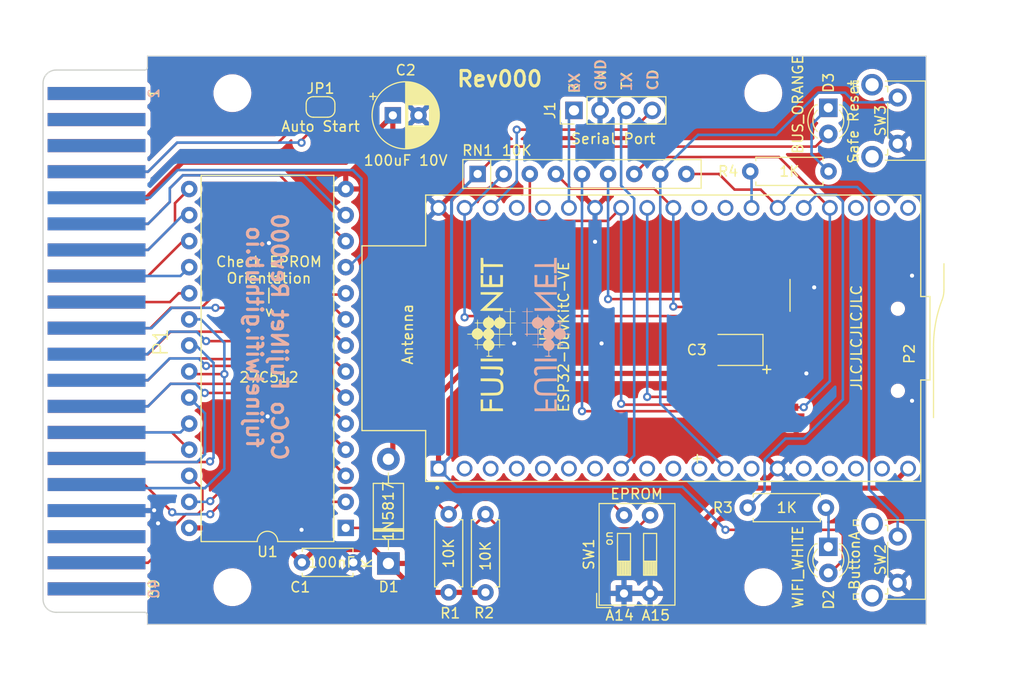
<source format=kicad_pcb>
(kicad_pcb (version 20221018) (generator pcbnew)
  (title_block (title "CoCo FujiNet") (date "2024-02-05") (rev "Rev 000"))
  (layers (0 "F.Cu" signal) (31 "B.Cu" signal) (34 "B.Paste" user) (35 "F.Paste" user) (36 "B.SilkS" user "B.Silkscreen") (37 "F.SilkS" user "F.Silkscreen") (38 "B.Mask" user) (39 "F.Mask" user) (44 "Edge.Cuts" user))
  (net 0 "")
  (net 1 "+3.3V")
  (net 2 "GND")
  (net 3 "+5V")
  (net 4 "Net-(D3-K)")
  (net 5 "/SER_PIN2_RX")
  (net 6 "/SER_PIN4_TX")
  (net 7 "/IO5{slash}SPI_CS")
  (net 8 "/IO23{slash}SPI_MOSI")
  (net 9 "/IO18{slash}SPI_CLK")
  (net 10 "/IO19{slash}SPI_MISO")
  (net 11 "/IO15{slash}CD")
  (net 12 "/IO2{slash}LED_WIFI")
  (net 13 "/IO4{slash}LED_BUS")
  (net 14 "/IO14{slash}SAFE_RESET")
  (net 33 "/SER_PIN1_CD")
  (net 34 "/IO0{slash}BUTTON_A")
  (net 35 "/D0")
  (net 36 "/D1")
  (net 37 "/D2")
  (net 38 "/D3")
  (net 39 "/D4")
  (net 40 "/D5")
  (net 41 "/D6")
  (net 42 "/D7")
  (net 44 "/Q")
  (net 45 "/~{CART}")
  (net 46 "/A14")
  (net 47 "/A15")
  (net 48 "/CTS")
  (net 51 "/COCO_5V")
  (net 52 "Net-(D2-K)")
  (net 60 "Net-(P1-A0)")
  (net 61 "Net-(P1-A1)")
  (net 62 "Net-(P1-A2)")
  (net 63 "Net-(P1-A3)")
  (net 64 "Net-(P1-A4)")
  (net 65 "Net-(P1-A5)")
  (net 66 "Net-(P1-A6)")
  (net 67 "Net-(P1-A7)")
  (net 68 "Net-(P1-A8)")
  (net 69 "Net-(P1-A9)")
  (net 70 "Net-(P1-A10)")
  (net 71 "Net-(P1-A11)")
  (net 72 "Net-(P1-A12)")
  (net 75 "Net-(P1-A13)")
  (net 79 "Net-(P2-DAT2)")
  (net 80 "Net-(P2-DAT1)")
  (footprint "Package_DIP:DIP-28_W15.24mm" (layer "F.Cu") (at 127.493 108.1445 180)
    (fp_text reference "U1" (at 7.62 -2.33) (layer "F.SilkS"))
    (fp_text value "27C512" (at 7.478 14.6725) (layer "F.SilkS"))
    (pad "1" thru_hole rect (at 0 0 180) (size 1.6 1.6) (drill 0.8) (layers "*.Cu" "*.Mask") (net 47 "/A15"))
    (pad "2" thru_hole oval (at 0 2.54 180) (size 1.6 1.6) (drill 0.8) (layers "*.Cu" "*.Mask") (net 72 "Net-(P1-A12)"))
    (pad "3" thru_hole oval (at 0 5.08 180) (size 1.6 1.6) (drill 0.8) (layers "*.Cu" "*.Mask") (net 67 "Net-(P1-A7)"))
    (pad "4" thru_hole oval (at 0 7.62 180) (size 1.6 1.6) (drill 0.8) (layers "*.Cu" "*.Mask") (net 66 "Net-(P1-A6)"))
    (pad "5" thru_hole oval (at 0 10.16 180) (size 1.6 1.6) (drill 0.8) (layers "*.Cu" "*.Mask") (net 65 "Net-(P1-A5)"))
    (pad "6" thru_hole oval (at 0 12.7 180) (size 1.6 1.6) (drill 0.8) (layers "*.Cu" "*.Mask") (net 64 "Net-(P1-A4)"))
    (pad "7" thru_hole oval (at 0 15.24 180) (size 1.6 1.6) (drill 0.8) (layers "*.Cu" "*.Mask") (net 63 "Net-(P1-A3)"))
    (pad "8" thru_hole oval (at 0 17.78 180) (size 1.6 1.6) (drill 0.8) (layers "*.Cu" "*.Mask") (net 62 "Net-(P1-A2)"))
    (pad "9" thru_hole oval (at 0 20.32 180) (size 1.6 1.6) (drill 0.8) (layers "*.Cu" "*.Mask") (net 61 "Net-(P1-A1)"))
    (pad "10" thru_hole oval (at 0 22.86 180) (size 1.6 1.6) (drill 0.8) (layers "*.Cu" "*.Mask") (net 60 "Net-(P1-A0)"))
    (pad "11" thru_hole oval (at 0 25.4 180) (size 1.6 1.6) (drill 0.8) (layers "*.Cu" "*.Mask") (net 35 "/D0"))
    (pad "12" thru_hole oval (at 0 27.94 180) (size 1.6 1.6) (drill 0.8) (layers "*.Cu" "*.Mask") (net 36 "/D1"))
    (pad "13" thru_hole oval (at 0 30.48 180) (size 1.6 1.6) (drill 0.8) (layers "*.Cu" "*.Mask") (net 37 "/D2"))
    (pad "14" thru_hole oval (at 0 33.02 180) (size 1.6 1.6) (drill 0.8) (layers "*.Cu" "*.Mask") (net 2 "GND"))
    (pad "15" thru_hole oval (at 15.24 33.02 180) (size 1.6 1.6) (drill 0.8) (layers "*.Cu" "*.Mask") (net 38 "/D3"))
    (pad "16" thru_hole oval (at 15.24 30.48 180) (size 1.6 1.6) (drill 0.8) (layers "*.Cu" "*.Mask") (net 39 "/D4"))
    (pad "17" thru_hole oval (at 15.24 27.94 180) (size 1.6 1.6) (drill 0.8) (layers "*.Cu" "*.Mask") (net 40 "/D5"))
    (pad "18" thru_hole oval (at 15.24 25.4 180) (size 1.6 1.6) (drill 0.8) (layers "*.Cu" "*.Mask") (net 41 "/D6"))
    (pad "19" thru_hole oval (at 15.24 22.86 180) (size 1.6 1.6) (drill 0.8) (layers "*.Cu" "*.Mask") (net 42 "/D7"))
    (pad "20" thru_hole oval (at 15.24 20.32 180) (size 1.6 1.6) (drill 0.8) (layers "*.Cu" "*.Mask") (net 48 "/CTS"))
    (pad "21" thru_hole oval (at 15.24 17.78 180) (size 1.6 1.6) (drill 0.8) (layers "*.Cu" "*.Mask") (net 70 "Net-(P1-A10)"))
    (pad "22" thru_hole oval (at 15.24 15.24 180) (size 1.6 1.6) (drill 0.8) (layers "*.Cu" "*.Mask") (net 48 "/CTS"))
    (pad "23" thru_hole oval (at 15.24 12.7 180) (size 1.6 1.6) (drill 0.8) (layers "*.Cu" "*.Mask") (net 71 "Net-(P1-A11)"))
    (pad "24" thru_hole oval (at 15.24 10.16 180) (size 1.6 1.6) (drill 0.8) (layers "*.Cu" "*.Mask") (net 69 "Net-(P1-A9)"))
    (pad "25" thru_hole oval (at 15.24 7.62 180) (size 1.6 1.6) (drill 0.8) (layers "*.Cu" "*.Mask") (net 68 "Net-(P1-A8)"))
    (pad "26" thru_hole oval (at 15.24 5.08 180) (size 1.6 1.6) (drill 0.8) (layers "*.Cu" "*.Mask") (net 75 "Net-(P1-A13)"))
    (pad "27" thru_hole oval (at 15.24 2.54 180) (size 1.6 1.6) (drill 0.8) (layers "*.Cu" "*.Mask") (net 46 "/A14"))
    (pad "28" thru_hole oval (at 15.24 0 180) (size 1.6 1.6) (drill 0.8) (layers "*.Cu" "*.Mask") (net 3 "+5V"))
  )
  (footprint "LED_THT:LED_D3.0mm" (layer "F.Cu") (at 174.478 109.9872 -90)
    (fp_text reference "D2" (at 5.1395 -0.036 90 unlocked) (layer "F.SilkS"))
    (fp_text value "WIFI_WHITE" (at 1.9645 2.96 90 unlocked) (layer "F.SilkS"))
    (pad "1" thru_hole rect (at 0 0 270) (size 1.8 1.8) (drill 0.9) (layers "*.Cu" "*.Mask") (net 52 "Net-(D2-K)"))
    (pad "2" thru_hole circle (at 2.54 0 270) (size 1.8 1.8) (drill 0.9) (layers "*.Cu" "*.Mask") (net 1 "+3.3V"))
  )
  (footprint "Button_Switch_THT:SW_Tactile_SPST_Angled_PTS645Vx58-2LFS" (layer "F.Cu") (at 181.229 108.9872 -90)
    (fp_text reference "SW2" (at 2.25 1.68 90) (layer "F.SilkS"))
    (fp_text value "ButtonA" (at 2.341 4.191 90 unlocked) (layer "F.SilkS"))
    (pad "" thru_hole circle (at -1.25 2.49 270) (size 2.1 2.1) (drill 1.3) (layers "*.Cu" "*.Mask"))
    (pad "" thru_hole circle (at 5.76 2.49 270) (size 2.1 2.1) (drill 1.3) (layers "*.Cu" "*.Mask"))
    (pad "1" thru_hole circle (at 0 0 270) (size 1.75 1.75) (drill 0.99) (layers "*.Cu" "*.Mask") (net 34 "/IO0{slash}BUTTON_A"))
    (pad "2" thru_hole circle (at 4.5 0 270) (size 1.75 1.75) (drill 0.99) (layers "*.Cu" "*.Mask") (net 2 "GND"))
  )
  (footprint "Button_Switch_THT:SW_DIP_SPSTx02_Slide_9.78x7.26mm_W7.62mm_P2.54mm" (layer "F.Cu") (at 154.5844 114.5286 90)
    (fp_text reference "SW1" (at 3.81 -3.42 90) (layer "F.SilkS"))
    (fp_text value "EPROM" (at 9.6888 1.2306 180) (layer "F.SilkS"))
    (fp_text user "on" (at 5.365 -1.4975 90) (layer "F.SilkS") (effects (font (size 0.8 0.8) (thickness 0.12))))
    (pad "1" thru_hole rect (at 0 0 90) (size 1.6 1.6) (drill 0.8) (layers "*.Cu" "*.Mask") (net 2 "GND"))
    (pad "2" thru_hole oval (at 0 2.54 90) (size 1.6 1.6) (drill 0.8) (layers "*.Cu" "*.Mask") (net 2 "GND"))
    (pad "3" thru_hole oval (at 7.62 2.54 90) (size 1.6 1.6) (drill 0.8) (layers "*.Cu" "*.Mask") (net 47 "/A15"))
    (pad "4" thru_hole oval (at 7.62 0 90) (size 1.6 1.6) (drill 0.8) (layers "*.Cu" "*.Mask") (net 46 "/A14"))
  )
  (footprint "Connector_PinHeader_2.54mm:PinHeader_1x04_P2.54mm_Vertical" (layer "F.Cu") (at 149.713 67.4645 90)
    (fp_text reference "J1" (at 0 -2.33 90) (layer "F.SilkS"))
    (fp_text value "Serial Port" (at -2.7665 3.83 unlocked) (layer "F.SilkS"))
    (pad "1" thru_hole rect (at 0 0 90) (size 1.7 1.7) (drill 1) (layers "*.Cu" "*.Mask") (net 5 "/SER_PIN2_RX"))
    (pad "2" thru_hole oval (at 0 2.54 90) (size 1.7 1.7) (drill 1) (layers "*.Cu" "*.Mask") (net 2 "GND"))
    (pad "3" thru_hole oval (at 0 5.08 90) (size 1.7 1.7) (drill 1) (layers "*.Cu" "*.Mask") (net 6 "/SER_PIN4_TX"))
    (pad "4" thru_hole oval (at 0 7.62 90) (size 1.7 1.7) (drill 1) (layers "*.Cu" "*.Mask") (net 33 "/SER_PIN1_CD"))
  )
  (footprint "Jumper:SolderJumper-2_P1.3mm_Bridged_RoundedPad1.0x1.5mm" (layer "F.Cu") (at 125.04 67.13)
    (fp_text reference "JP1" (at 0 -1.8) (layer "F.SilkS"))
    (fp_text value "Auto Start" (at 0 1.9) (layer "F.SilkS"))
    (fp_poly (pts (xy 0.25 -0.3) (xy -0.25 -0.3) (xy -0.25 0.3) (xy 0.25 0.3)) (fill solid) (layer "F.Cu"))
    (pad "1" smd custom (at -0.65 0) (size 1 0.5) (layers "F.Cu" "F.Mask") (net 44 "/Q") (options (clearance outline) (anchor rect)) (primitives (gr_circle (center 0 0.25) (end 0.5 0.25) (width 0) (fill yes)) (gr_circle (center 0 -0.25) (end 0.5 -0.25) (width 0) (fill yes)) (gr_poly (pts (xy 0.5 0.75) (xy 0 0.75) (xy 0 -0.75) (xy 0.5 -0.75)) (width 0) (fill yes))))
    (pad "2" smd custom (at 0.65 0) (size 1 0.5) (layers "F.Cu" "F.Mask") (net 45 "/~{CART}") (options (clearance outline) (anchor rect)) (primitives (gr_circle (center 0 0.25) (end 0.5 0.25) (width 0) (fill yes)) (gr_circle (center 0 -0.25) (end 0.5 -0.25) (width 0) (fill yes)) (gr_poly (pts (xy 0 0.75) (xy -0.5 0.75) (xy -0.5 -0.75) (xy 0 -0.75)) (width 0) (fill yes))))
  )
  (footprint "MountingHole:MountingHole_3.2mm_M3" (layer "F.Cu") (at 168.148 113.919 180)
    (fp_text reference "H1" hide)
    (fp_text value "MountingHole" hide)
    (pad "" np_thru_hole circle (at 0 0 180) (size 3.2 3.2) (drill 3.2) (layers "*.Cu" "*.Mask"))
  )
  (footprint "LED_THT:LED_D3.0mm" (layer "F.Cu") (at 174.478 67.2145 -90)
    (fp_text reference "D3" (at -2.4445 -0.02 90 unlocked) (layer "F.SilkS"))
    (fp_text value "BUS_ORANGE" (at -0.3215 2.96 90 unlocked) (layer "F.SilkS"))
    (pad "1" thru_hole rect (at 0 0 270) (size 1.8 1.8) (drill 0.9) (layers "*.Cu" "*.Mask") (net 4 "Net-(D3-K)"))
    (pad "2" thru_hole circle (at 2.54 0 270) (size 1.8 1.8) (drill 0.9) (layers "*.Cu" "*.Mask") (net 1 "+3.3V"))
  )
  (footprint "Resistor_THT:R_Axial_DIN0207_L6.3mm_D2.5mm_P7.62mm_Horizontal" (layer "F.Cu") (at 137.5156 106.807 -90)
    (fp_text reference "R1" (at 9.652 -0.1524 -180) (layer "F.SilkS"))
    (fp_text value "10K" (at 3.81 0 90) (layer "F.SilkS"))
    (pad "1" thru_hole circle (at 0 0 270) (size 1.6 1.6) (drill 0.8) (layers "*.Cu" "*.Mask") (net 46 "/A14"))
    (pad "2" thru_hole oval (at 7.62 0 270) (size 1.6 1.6) (drill 0.8) (layers "*.Cu" "*.Mask") (net 3 "+5V"))
  )
  (footprint "ESP32-DEVKITC-32U:MODULE_ESP32-DEVKITC-32U" (layer "F.Cu") (at 159.375 89.662 90)
    (fp_text reference "U2" (at 0.127 -12.436 90 unlocked) (layer "F.SilkS"))
    (fp_text value "ESP32-DevKitC-VE" (at 0.127 -10.658 90) (layer "F.SilkS"))
    (pad "1" thru_hole rect (at -12.7 -22.85 90) (size 1.53 1.53) (drill 1.02) (layers "*.Cu" "*.Mask") (net 1 "+3.3V"))
    (pad "2" thru_hole circle (at -12.7 -20.31 90) (size 1.53 1.53) (drill 1.02) (layers "*.Cu" "*.Mask"))
    (pad "3" thru_hole circle (at -12.7 -17.77 90) (size 1.53 1.53) (drill 1.02) (layers "*.Cu" "*.Mask"))
    (pad "4" thru_hole circle (at -12.7 -15.23 90) (size 1.53 1.53) (drill 1.02) (layers "*.Cu" "*.Mask"))
    (pad "5" thru_hole circle (at -12.7 -12.69 90) (size 1.53 1.53) (drill 1.02) (layers "*.Cu" "*.Mask"))
    (pad "6" thru_hole circle (at -12.7 -10.15 90) (size 1.53 1.53) (drill 1.02) (layers "*.Cu" "*.Mask"))
    (pad "7" thru_hole circle (at -12.7 -7.61 90) (size 1.53 1.53) (drill 1.02) (layers "*.Cu" "*.Mask"))
    (pad "8" thru_hole circle (at -12.7 -5.07 90) (size 1.53 1.53) (drill 1.02) (layers "*.Cu" "*.Mask") (net 6 "/SER_PIN4_TX"))
    (pad "9" thru_hole circle (at -12.7 -2.53 90) (size 1.53 1.53) (drill 1.02) (layers "*.Cu" "*.Mask"))
    (pad "10" thru_hole circle (at -12.7 0.01 90) (size 1.53 1.53) (drill 1.02) (layers "*.Cu" "*.Mask"))
    (pad "11" thru_hole circle (at -12.7 2.55 90) (size 1.53 1.53) (drill 1.02) (layers "*.Cu" "*.Mask"))
    (pad "12" thru_hole circle (at -12.7 5.09 90) (size 1.53 1.53) (drill 1.02) (layers "*.Cu" "*.Mask") (net 14 "/IO14{slash}SAFE_RESET"))
    (pad "13" thru_hole circle (at -12.7 7.63 90) (size 1.53 1.53) (drill 1.02) (layers "*.Cu" "*.Mask"))
    (pad "14" thru_hole circle (at -12.7 10.17 90) (size 1.53 1.53) (drill 1.02) (layers "*.Cu" "*.Mask") (net 2 "GND"))
    (pad "15" thru_hole circle (at -12.7 12.71 90) (size 1.53 1.53) (drill 1.02) (layers "*.Cu" "*.Mask"))
    (pad "16" thru_hole circle (at -12.7 15.25 90) (size 1.53 1.53) (drill 1.02) (layers "*.Cu" "*.Mask"))
    (pad "17" thru_hole circle (at -12.7 17.79 90) (size 1.53 1.53) (drill 1.02) (layers "*.Cu" "*.Mask"))
    (pad "18" thru_hole circle (at -12.7 20.33 90) (size 1.53 1.53) (drill 1.02) (layers "*.Cu" "*.Mask"))
    (pad "19" thru_hole circle (at -12.7 22.87 90) (size 1.53 1.53) (drill 1.02) (layers "*.Cu" "*.Mask") (net 3 "+5V"))
    (pad "20" thru_hole circle (at 12.7 22.87 90) (size 1.53 1.53) (drill 1.02) (layers "*.Cu" "*.Mask"))
    (pad "21" thru_hole circle (at 12.7 20.33 90) (size 1.53 1.53) (drill 1.02) (layers "*.Cu" "*.Mask"))
    (pad "22" thru_hole circle (at 12.7 17.79 90) (size 1.53 1.53) (drill 1.02) (layers "*.Cu" "*.Mask"))
    (pad "23" thru_hole circle (at 12.7 15.25 90) (size 1.53 1.53) (drill 1.02) (layers "*.Cu" "*.Mask") (net 11 "/IO15{slash}CD"))
    (pad "24" thru_hole circle (at 12.7 12.71 90) (size 1.53 1.53) (drill 1.02) (layers "*.Cu" "*.Mask") (net 12 "/IO2{slash}LED_WIFI"))
    (pad "25" thru_hole circle (at 12.7 10.17 90) (size 1.53 1.53) (drill 1.02) (layers "*.Cu" "*.Mask") (net 34 "/IO0{slash}BUTTON_A"))
    (pad "26" thru_hole circle (at 12.7 7.63 90) (size 1.53 1.53) (drill 1.02) (layers "*.Cu" "*.Mask") (net 13 "/IO4{slash}LED_BUS"))
    (pad "27" thru_hole circle (at 12.7 5.09 90) (size 1.53 1.53) (drill 1.02) (layers "*.Cu" "*.Mask"))
    (pad "28" thru_hole circle (at 12.7 2.55 90) (size 1.53 1.53) (drill 1.02) (layers "*.Cu" "*.Mask"))
    (pad "29" thru_hole circle (at 12.7 0.01 90) (size 1.53 1.53) (drill 1.02) (layers "*.Cu" "*.Mask") (net 7 "/IO5{slash}SPI_CS"))
    (pad "30" thru_hole circle (at 12.7 -2.53 90) (size 1.53 1.53) (drill 1.02) (layers "*.Cu" "*.Mask") (net 9 "/IO18{slash}SPI_CLK"))
    (pad "31" thru_hole circle (at 12.7 -5.07 90) (size 1.53 1.53) (drill 1.02) (layers "*.Cu" "*.Mask") (net 10 "/IO19{slash}SPI_MISO"))
    (pad "32" thru_hole circle (at 12.7 -7.61 90) (size 1.53 1.53) (drill 1.02) (layers "*.Cu" "*.Mask") (net 2 "GND"))
    (pad "33" thru_hole circle (at 12.7 -10.15 90) (size 1.53 1.53) (drill 1.02) (layers "*.Cu" "*.Mask") (net 5 "/SER_PIN2_RX"))
    (pad "34" thru_hole circle (at 12.7 -12.69 90) (size 1.53 1.53) (drill 1.02) (layers "*.Cu" "*.Mask"))
    (pad "35" thru_hole circle (at 12.7 -15.23 90) (size 1.53 1.53) (drill 1.02) (layers "*.Cu" "*.Mask"))
    (pad "36" thru_hole circle (at 12.7 -17.77 90) (size 1.53 1.53) (drill 1.02) (layers "*.Cu" "*.Mask") (net 33 "/SER_PIN1_CD"))
    (pad "37" thru_hole circle (at 12.7 -20.31 90) (size 1.53 1.53) (drill 1.02) (layers "*.Cu" "*.Mask") (net 8 "/IO23{slash}SPI_MOSI"))
    (pad "38" thru_hole circle (at 12.7 -22.85 90) (size 1.53 1.53) (drill 1.02) (layers "*.Cu" "*.Mask") (net 2 "GND"))
  )
  (footprint "Resistor_THT:R_Axial_DIN0207_L6.3mm_D2.5mm_P7.62mm_Horizontal" (layer "F.Cu") (at 174.244 106.172 180)
    (fp_text reference "R3" (at 10.033 0) (layer "F.SilkS"))
    (fp_text value "1K" (at 3.81 0 unlocked) (layer "F.SilkS"))
    (pad "1" thru_hole circle (at 0 0 180) (size 1.6 1.6) (drill 0.8) (layers "*.Cu" "*.Mask") (net 52 "Net-(D2-K)"))
    (pad "2" thru_hole oval (at 7.62 0 180) (size 1.6 1.6) (drill 0.8) (layers "*.Cu" "*.Mask") (net 12 "/IO2{slash}LED_WIFI"))
  )
  (footprint "Capacitor_THT:CP_Radial_D6.3mm_P2.50mm" (layer "F.Cu") (at 132.08 67.945)
    (fp_text reference "C2" (at 1.25 -4.4) (layer "F.SilkS"))
    (fp_text value "100uF 10V" (at 1.25 4.4) (layer "F.SilkS"))
    (pad "1" thru_hole rect (at 0 0) (size 1.6 1.6) (drill 0.8) (layers "*.Cu" "*.Mask") (net 51 "/COCO_5V"))
    (pad "2" thru_hole circle (at 2.5 0) (size 1.6 1.6) (drill 0.8) (layers "*.Cu" "*.Mask") (net 2 "GND"))
  )
  (footprint "Diode_THT:D_DO-41_SOD81_P10.16mm_Horizontal" (layer "F.Cu") (at 131.6482 111.6076 90)
    (fp_text reference "D1" (at -2.286 0.0254 180) (layer "F.SilkS"))
    (fp_text value "1N5817" (at 5.08 0 90) (layer "F.SilkS"))
    (fp_text user "K" (at 0 -2.1 90) (layer "F.SilkS"))
    (pad "1" thru_hole rect (at 0 0 90) (size 2.2 2.2) (drill 1.1) (layers "*.Cu" "*.Mask") (net 3 "+5V"))
    (pad "2" thru_hole oval (at 10.16 0 90) (size 2.2 2.2) (drill 1.1) (layers "*.Cu" "*.Mask") (net 51 "/COCO_5V"))
  )
  (footprint "Capacitor_Tantalum_SMD:CP_EIA-3528-15_AVX-H_Pad1.50x2.35mm_HandSolder" (layer "F.Cu") (at 165.481 90.805 180)
    (fp_text reference "C3" (at 3.81 0 unlocked) (layer "F.SilkS"))
    (fp_text value "47uF 10v")
    (pad "1" smd roundrect (at -1.625 0 180) (size 1.5 2.35) (layers "F.Cu" "F.Paste" "F.Mask") (roundrect_rratio 0.1666673333) (net 1 "+3.3V"))
    (pad "2" smd roundrect (at 1.625 0 180) (size 1.5 2.35) (layers "F.Cu" "F.Paste" "F.Mask") (roundrect_rratio 0.1666673333) (net 2 "GND"))
  )
  (footprint "Resistor_THT:R_Axial_DIN0207_L6.3mm_D2.5mm_P7.62mm_Horizontal" (layer "F.Cu") (at 141.097 106.807 -90)
    (fp_text reference "R2" (at 9.6266 0.127 -180) (layer "F.SilkS"))
    (fp_text value "10K" (at 4.064 0 90) (layer "F.SilkS"))
    (pad "1" thru_hole circle (at 0 0 270) (size 1.6 1.6) (drill 0.8) (layers "*.Cu" "*.Mask") (net 47 "/A15"))
    (pad "2" thru_hole oval (at 7.62 0 270) (size 1.6 1.6) (drill 0.8) (layers "*.Cu" "*.Mask") (net 3 "+5V"))
  )
  (footprint "Resistor_THT:R_Axial_DIN0207_L6.3mm_D2.5mm_P7.62mm_Horizontal" (layer "F.Cu") (at 174.498 73.406 180)
    (fp_text reference "R4" (at 9.779 0) (layer "F.SilkS"))
    (fp_text value "1K" (at 3.81 0 unlocked) (layer "F.SilkS"))
    (pad "1" thru_hole circle (at 0 0 180) (size 1.6 1.6) (drill 0.8) (layers "*.Cu" "*.Mask") (net 4 "Net-(D3-K)"))
    (pad "2" thru_hole oval (at 7.62 0 180) (size 1.6 1.6) (drill 0.8) (layers "*.Cu" "*.Mask") (net 13 "/IO4{slash}LED_BUS"))
  )
  (footprint "Button_Switch_THT:SW_Tactile_SPST_Angled_PTS645Vx58-2LFS" (layer "F.Cu") (at 181.229 66.2145 -90)
    (fp_text reference "SW3" (at 2.25 1.68 90) (layer "F.SilkS"))
    (fp_text value "Safe Reset" (at 2.3655 4.318 90 unlocked) (layer "F.SilkS"))
    (pad "" thru_hole circle (at -1.25 2.49 270) (size 2.1 2.1) (drill 1.3) (layers "*.Cu" "*.Mask"))
    (pad "" thru_hole circle (at 5.76 2.49 270) (size 2.1 2.1) (drill 1.3) (layers "*.Cu" "*.Mask"))
    (pad "1" thru_hole circle (at 0 0 270) (size 1.75 1.75) (drill 0.99) (layers "*.Cu" "*.Mask") (net 14 "/IO14{slash}SAFE_RESET"))
    (pad "2" thru_hole circle (at 4.5 0 270) (size 1.75 1.75) (drill 0.99) (layers "*.Cu" "*.Mask") (net 2 "GND"))
  )
  (footprint "MountingHole:MountingHole_3.2mm_M3" (layer "F.Cu") (at 116.459 113.919)
    (fp_text reference "H4" hide)
    (fp_text value "MountingHole" hide)
    (pad "" np_thru_hole circle (at 0 0) (size 3.2 3.2) (drill 3.2) (layers "*.Cu" "*.Mask"))
  )
  (footprint "MountingHole:MountingHole_3.2mm_M3" (layer "F.Cu") (at 116.459 65.786)
    (fp_text reference "H3" hide)
    (fp_text value "MountingHole" hide)
    (pad "" np_thru_hole circle (at 0 0) (size 3.2 3.2) (drill 3.2) (layers "*.Cu" "*.Mask"))
  )
  (footprint "Resistor_THT:R_Array_SIP9" (layer "F.Cu") (at 140.335 73.66)
    (fp_text reference "RN1" (at 0 -2.286 unlocked) (layer "F.SilkS"))
    (fp_text value "10K" (at 3.81 -2.286) (layer "F.SilkS"))
    (pad "1" thru_hole rect (at 0 0) (size 1.6 1.6) (drill 0.8) (layers "*.Cu" "*.Mask") (net 1 "+3.3V"))
    (pad "2" thru_hole oval (at 2.54 0) (size 1.6 1.6) (drill 0.8) (layers "*.Cu" "*.Mask") (net 8 "/IO23{slash}SPI_MOSI"))
    (pad "3" thru_hole oval (at 5.08 0) (size 1.6 1.6) (drill 0.8) (layers "*.Cu" "*.Mask") (net 10 "/IO19{slash}SPI_MISO"))
    (pad "4" thru_hole oval (at 7.62 0) (size 1.6 1.6) (drill 0.8) (layers "*.Cu" "*.Mask") (net 7 "/IO5{slash}SPI_CS"))
    (pad "5" thru_hole oval (at 10.16 0) (size 1.6 1.6) (drill 0.8) (layers "*.Cu" "*.Mask") (net 80 "Net-(P2-DAT1)"))
    (pad "6" thru_hole oval (at 12.7 0) (size 1.6 1.6) (drill 0.8) (layers "*.Cu" "*.Mask") (net 79 "Net-(P2-DAT2)"))
    (pad "7" thru_hole oval (at 15.24 0) (size 1.6 1.6) (drill 0.8) (layers "*.Cu" "*.Mask") (net 11 "/IO15{slash}CD"))
    (pad "8" thru_hole oval (at 17.78 0) (size 1.6 1.6) (drill 0.8) (layers "*.Cu" "*.Mask") (net 14 "/IO14{slash}SAFE_RESET"))
    (pad "9" thru_hole oval (at 20.32 0) (size 1.6 1.6) (drill 0.8) (layers "*.Cu" "*.Mask") (net 34 "/IO0{slash}BUTTON_A"))
  )
  (footprint "Capacitor_THT:C_Disc_D4.7mm_W2.5mm_P5.00mm" (layer "F.Cu") (at 123.23 111.506)
    (fp_text reference "C1" (at -0.167 2.413) (layer "F.SilkS"))
    (fp_text value "100nF" (at 2.881 0) (layer "F.SilkS"))
    (pad "1" thru_hole circle (at 0 0) (size 1.6 1.6) (drill 0.8) (layers "*.Cu" "*.Mask") (net 3 "+5V"))
    (pad "2" thru_hole circle (at 5 0) (size 1.6 1.6) (drill 0.8) (layers "*.Cu" "*.Mask") (net 2 "GND"))
  )
  (footprint "MountingHole:MountingHole_3.2mm_M3" (layer "F.Cu") (at 168.148 65.786 180)
    (fp_text reference "H2" hide)
    (fp_text value "MountingHole" hide)
    (pad "" np_thru_hole circle (at 0 0 180) (size 3.2 3.2) (drill 3.2) (layers "*.Cu" "*.Mask"))
  )
  (footprint "LOGO" (layer "F.Cu") (at 141.732 89.281 90)
    (fp_text reference "G***" hide)
    (fp_text value "LOGO" hide)
  )
  (footprint "Tersteeg:COCO-CART" (layer "F.Cu") (at 98.024 63.27975 -90)
    (fp_text reference "P1" (at 26.76325 -11.45 90) (layer "F.SilkS") (effects (font (size 1.4 1.4))))
    (fp_text value "COCO-CART")
    (fp_text user "40" (at 50.8 -10.795 90) (layer "B.SilkS") (effects (justify mirror)))
    (fp_text user "2" (at 2.54 -10.795 90) (layer "B.SilkS") (effects (justify mirror)))
    (fp_text user "1" (at 2.54 -10.795 90) (layer "F.SilkS"))
    (fp_text user "39" (at 50.8 -10.795 90) (layer "F.SilkS"))
    (fp_line (start 0.254 -9.906) (end 0.254 -1.27) (stroke (width 0.127)) (layer "Edge.Cuts"))
    (fp_line (start 1.524 0) (end 51.816 0) (stroke (width 0.127)) (layer "Edge.Cuts"))
    (fp_line (start 53.086 -1.27) (end 53.086 -9.906) (stroke (width 0.127)) (layer "Edge.Cuts"))
    (fp_arc (start 0 -10.16) (mid 0.179605 -10.085605) (end 0.254 -9.906) (stroke (width 0.127)) (layer "Edge.Cuts"))
    (fp_arc (start 1.524 0) (mid 0.625974 -0.371974) (end 0.254 -1.27) (stroke (width 0.127)) (layer "Edge.Cuts"))
    (fp_arc (start 53.086 -9.906) (mid 53.160395 -10.085605) (end 53.34 -10.16) (stroke (width 0.127)) (layer "Edge.Cuts"))
    (fp_arc (start 53.086 -1.27) (mid 52.714026 -0.371974) (end 51.816 0) (stroke (width 0.127)) (layer "Edge.Cuts"))
    (pad "1" smd rect (at 2.54 -5.207 270) (size 1.27 9.525) (layers "F.Cu" "F.Mask"))
    (pad "2" smd rect (at 2.54 -5.207 270) (size 1.27 9.525) (layers "B.Cu" "B.Mask"))
    (pad "3" smd rect (at 5.08 -5.207 270) (size 1.27 9.525) (layers "F.Cu" "F.Mask"))
    (pad "4" smd rect (at 5.08 -5.207 270) (size 1.27 9.525) (layers "B.Cu" "B.Mask"))
    (pad "5" smd rect (at 7.62 -5.207 270) (size 1.27 9.525) (layers "F.Cu" "F.Mask"))
    (pad "6" smd rect (at 7.62 -5.207 270) (size 1.27 9.525) (layers "B.Cu" "B.Mask"))
    (pad "7" smd rect (at 10.16 -5.207 270) (size 1.27 9.525) (layers "F.Cu" "F.Mask") (net 44 "/Q"))
    (pad "8" smd rect (at 10.16 -5.207 270) (size 1.27 9.525) (layers "B.Cu" "B.Mask") (net 45 "/~{CART}"))
    (pad "9" smd rect (at 12.7 -5.8 270) (size 1.27 8.3425) (layers "F.Cu" "F.Mask") (net 51 "/COCO_5V"))
    (pad "10" smd rect (at 12.7 -5.207 270) (size 1.27 9.525) (layers "B.Cu" "B.Mask") (net 35 "/D0"))
    (pad "11" smd rect (at 15.24 -5.207 270) (size 1.27 9.525) (layers "F.Cu" "F.Mask") (net 36 "/D1"))
    (pad "12" smd rect (at 15.24 -5.207 270) (size 1.27 9.525) (layers "B.Cu" "B.Mask") (net 37 "/D2"))
    (pad "13" smd rect (at 17.78 -5.207 270) (size 1.27 9.525) (layers "F.Cu" "F.Mask") (net 38 "/D3"))
    (pad "14" smd rect (at 17.78 -5.207 270) (size 1.27 9.525) (layers "B.Cu" "B.Mask") (net 39 "/D4"))
    (pad "15" smd rect (at 20.32 -5.207 270) (size 1.27 9.525) (layers "F.Cu" "F.Mask") (net 40 "/D5"))
    (pad "16" smd rect (at 20.32 -5.207 270) (size 1.27 9.525) (layers "B.Cu" "B.Mask") (net 41 "/D6"))
    (pad "17" smd rect (at 22.86 -5.207 270) (size 1.27 9.525) (layers "F.Cu" "F.Mask") (net 42 "/D7"))
    (pad "18" smd rect (at 22.86 -5.207 270) (size 1.27 9.525) (layers "B.Cu" "B.Mask"))
    (pad "19" smd rect (at 25.4 -5.207 270) (size 1.27 9.525) (layers "F.Cu" "F.Mask") (net 60 "Net-(P1-A0)"))
    (pad "20" smd rect (at 25.4 -5.207 270) (size 1.27 9.525) (layers "B.Cu" "B.Mask") (net 61 "Net-(P1-A1)"))
    (pad "21" smd rect (at 27.94 -5.207 270) (size 1.27 9.525) (layers "F.Cu" "F.Mask") (net 62 "Net-(P1-A2)"))
    (pad "22" smd rect (at 27.94 -5.207 270) (size 1.27 9.525) (layers "B.Cu" "B.Mask") (net 63 "Net-(P1-A3)"))
    (pad "23" smd rect (at 30.48 -5.207 270) (size 1.27 9.525) (layers "F.Cu" "F.Mask") (net 64 "Net-(P1-A4)"))
    (pad "24" smd rect (at 30.48 -5.207 270) (size 1.27 9.525) (layers "B.Cu" "B.Mask") (net 65 "Net-(P1-A5)"))
    (pad "25" smd rect (at 33.02 -5.207 270) (size 1.27 9.525) (layers "F.Cu" "F.Mask") (net 66 "Net-(P1-A6)"))
    (pad "26" smd rect (at 33.02 -5.207 270) (size 1.27 9.525) (layers "B.Cu" "B.Mask") (net 67 "Net-(P1-A7)"))
    (pad "27" smd rect (at 35.56 -5.207 270) (size 1.27 9.525) (layers "F.Cu" "F.Mask") (net 68 "Net-(P1-A8)"))
    (pad "28" smd rect (at 35.56 -5.207 270) (size 1.27 9.525) (layers "B.Cu" "B.Mask") (net 69 "Net-(P1-A9)"))
    (pad "29" smd rect (at 38.1 -5.207 270) (size 1.27 9.525) (layers "F.Cu" "F.Mask") (net 70 "Net-(P1-A10)"))
    (pad "30" smd rect (at 38.1 -5.207 270) (size 1.27 9.525) (layers "B.Cu" "B.Mask") (net 71 "Net-(P1-A11)"))
    (pad "31" smd rect (at 40.64 -5.207 270) (size 1.27 9.525) (layers "F.Cu" "F.Mask") (net 72 "Net-(P1-A12)"))
    (pad "32" smd rect (at 40.64 -5.207 270) (size 1.27 9.525) (layers "B.Cu" "B.Mask") (net 48 "/CTS"))
    (pad "33" smd rect (at 43.18 -5.207 270) (size 1.27 9.525) (layers "F.Cu" "F.Mask") (net 2 "GND"))
    (pad "34" smd rect (at 43.18 -5.207 270) (size 1.27 9.525) (layers "B.Cu" "B.Mask") (net 2 "GND"))
    (pad "35" smd rect (at 45.72 -5.207 270) (size 1.27 9.525) (layers "F.Cu" "F.Mask"))
    (pad "36" smd rect (at 45.72 -5.207 270) (size 1.27 9.525) (layers "B.Cu" "B.Mask"))
    (pad "37" smd rect (at 48.26 -5.207 270) (size 1.27 9.525) (layers "F.Cu" "F.Mask") (net 75 "Net-(P1-A13)"))
    (pad "38" smd rect (at 48.26 -5.207 270) (size 1.27 9.525) (layers "B.Cu" "B.Mask"))
    (pad "39" smd rect (at 50.8 -5.207 270) (size 1.27 9.525) (layers "F.Cu" "F.Mask"))
    (pad "40" smd rect (at 50.8 -5.207 270) (size 1.27 9.525) (layers "B.Cu" "B.Mask"))
    (zone (net 0) (net_name "") (layer "F.Cu") (connect_pads (clearance 0)) (min_thickness 0.01)
      (keepout (tracks not_allowed) (vias not_allowed) (pads not_allowed) (copperpour not_allowed) (footprints allowed))
      (fill (thermal_gap 0.508) (thermal_bridge_width 0.508))
      (polygon (pts (xy 108.184 63.27975) (xy 108.184 65.18475) (xy 98.024 65.18475) (xy 98.024 63.27975)))
    )
    (zone (net 0) (net_name "") (layer "F.Cu") (connect_pads (clearance 0)) (min_thickness 0.01)
      (keepout (tracks not_allowed) (vias not_allowed) (pads not_allowed) (copperpour not_allowed) (footprints allowed))
      (fill (thermal_gap 0.508) (thermal_bridge_width 0.508))
      (polygon (pts (xy 108.184 66.45475) (xy 108.184 67.72475) (xy 98.024 67.72475) (xy 98.024 66.45475)))
    )
    (zone (net 0) (net_name "") (layer "F.Cu") (connect_pads (clearance 0)) (min_thickness 0.01)
      (keepout (tracks not_allowed) (vias not_allowed) (pads not_allowed) (copperpour not_allowed) (footprints allowed))
      (fill (thermal_gap 0.508) (thermal_bridge_width 0.508))
      (polygon (pts (xy 108.184 68.99475) (xy 108.184 70.26475) (xy 98.024 70.26475) (xy 98.024 68.99475)))
    )
    (zone (net 0) (net_name "") (layer "F.Cu") (connect_pads (clearance 0)) (min_thickness 0.01)
      (keepout (tracks not_allowed) (vias not_allowed) (pads not_allowed) (copperpour not_allowed) (footprints allowed))
      (fill (thermal_gap 0.508) (thermal_bridge_width 0.508))
      (polygon (pts (xy 108.184 71.53475) (xy 108.184 72.80475) (xy 98.024 72.80475) (xy 98.024 71.53475)))
    )
    (zone (net 0) (net_name "") (layer "F.Cu") (connect_pads (clearance 0)) (min_thickness 0.01)
      (keepout (tracks not_allowed) (vias not_allowed) (pads not_allowed) (copperpour not_allowed) (footprints allowed))
      (fill (thermal_gap 0.508) (thermal_bridge_width 0.508))
      (polygon (pts (xy 108.184 74.07475) (xy 108.184 75.34475) (xy 98.024 75.34475) (xy 98.024 74.07475)))
    )
    (zone (net 0) (net_name "") (layer "F.Cu") (connect_pads (clearance 0)) (min_thickness 0.01)
      (keepout (tracks not_allowed) (vias not_allowed) (pads not_allowed) (copperpour not_allowed) (footprints allowed))
      (fill (thermal_gap 0.508) (thermal_bridge_width 0.508))
      (polygon (pts (xy 108.184 76.61475) (xy 108.184 77.88475) (xy 98.024 77.88475) (xy 98.024 76.61475)))
    )
    (zone (net 0) (net_name "") (layer "F.Cu") (connect_pads (clearance 0)) (min_thickness 0.01)
      (keepout (tracks not_allowed) (vias not_allowed) (pads not_allowed) (copperpour not_allowed) (footprints allowed))
      (fill (thermal_gap 0.508) (thermal_bridge_width 0.508))
      (polygon (pts (xy 108.184 79.15475) (xy 108.184 80.42475) (xy 98.024 80.42475) (xy 98.024 79.15475)))
    )
    (zone (net 0) (net_name "") (layer "F.Cu") (connect_pads (clearance 0)) (min_thickness 0.01)
      (keepout (tracks not_allowed) (vias not_allowed) (pads not_allowed) (copperpour not_allowed) (footprints allowed))
      (fill (thermal_gap 0.508) (thermal_bridge_width 0.508))
      (polygon (pts (xy 108.184 81.69475) (xy 108.184 82.96475) (xy 98.024 82.96475) (xy 98.024 81.69475)))
    )
    (zone (net 0) (net_name "") (layer "F.Cu") (connect_pads (clearance 0)) (min_thickness 0.01)
      (keepout (tracks not_allowed) (vias not_allowed) (pads not_allowed) (copperpour not_allowed) (footprints allowed))
      (fill (thermal_gap 0.508) (thermal_bridge_width 0.508))
      (polygon (pts (xy 108.184 84.23475) (xy 108.184 85.50475) (xy 98.024 85.50475) (xy 98.024 84.23475)))
    )
    (zone (net 0) (net_name "") (layer "F.Cu") (connect_pads (clearance 0)) (min_thickness 0.01)
      (keepout (tracks not_allowed) (vias not_allowed) (pads not_allowed) (copperpour not_allowed) (footprints allowed))
      (fill (thermal_gap 0.508) (thermal_bridge_width 0.508))
      (polygon (pts (xy 108.184 86.77475) (xy 108.184 88.04475) (xy 98.024 88.04475) (xy 98.024 86.77475)))
    )
    (zone (net 0) (net_name "") (layer "F.Cu") (connect_pads (clearance 0)) (min_thickness 0.01)
      (keepout (tracks not_allowed) (vias not_allowed) (pads not_allowed) (copperpour not_allowed) (footprints allowed))
      (fill (thermal_gap 0.508) (thermal_bridge_width 0.508))
      (polygon (pts (xy 108.184 89.31475) (xy 108.184 90.58475) (xy 98.024 90.58475) (xy 98.024 89.31475)))
    )
    (zone (net 0) (net_name "") (layer "F.Cu") (connect_pads (clearance 0)) (min_thickness 0.01)
      (keepout (tracks not_allowed) (vias not_allowed) (pads not_allowed) (copperpour not_allowed) (footprints allowed))
      (fill (thermal_gap 0.508) (thermal_bridge_width 0.508))
      (polygon (pts (xy 108.184 91.85475) (xy 108.184 93.12475) (xy 98.024 93.12475) (xy 98.024 91.85475)))
    )
    (zone (net 0) (net_name "") (layer "F.Cu") (connect_pads (clearance 0)) (min_thickness 0.01)
      (keepout (tracks not_allowed) (vias not_allowed) (pads not_allowed) (copperpour not_allowed) (footprints allowed))
      (fill (thermal_gap 0.508) (thermal_bridge_width 0.508))
      (polygon (pts (xy 108.184 94.39475) (xy 108.184 95.66475) (xy 98.024 95.66475) (xy 98.024 94.39475)))
    )
    (zone (net 0) (net_name "") (layer "F.Cu") (connect_pads (clearance 0)) (min_thickness 0.01)
      (keepout (tracks not_allowed) (vias not_allowed) (pads not_allowed) (copperpour not_allowed) (footprints allowed))
      (fill (thermal_gap 0.508) (thermal_bridge_width 0.508))
      (polygon (pts (xy 108.184 96.93475) (xy 108.184 98.20475) (xy 98.024 98.20475) (xy 98.024 96.93475)))
    )
    (zone (net 0) (net_name "") (layer "F.Cu") (connect_pads (clearance 0)) (min_thickness 0.01)
      (keepout (tracks not_allowed) (vias not_allowed) (pads not_allowed) (copperpour not_allowed) (footprints allowed))
      (fill (thermal_gap 0.508) (thermal_bridge_width 0.508))
      (polygon (pts (xy 108.184 99.47475) (xy 108.184 100.74475) (xy 98.024 100.74475) (xy 98.024 99.47475)))
    )
    (zone (net 0) (net_name "") (layer "F.Cu") (connect_pads (clearance 0)) (min_thickness 0.01)
      (keepout (tracks not_allowed) (vias not_allowed) (pads not_allowed) (copperpour not_allowed) (footprints allowed))
      (fill (thermal_gap 0.508) (thermal_bridge_width 0.508))
      (polygon (pts (xy 108.184 102.01475) (xy 108.184 103.28475) (xy 98.024 103.28475) (xy 98.024 102.01475)))
    )
    (zone (net 0) (net_name "") (layer "F.Cu") (connect_pads (clearance 0)) (min_thickness 0.01)
      (keepout (tracks not_allowed) (vias not_allowed) (pads not_allowed) (copperpour not_allowed) (footprints allowed))
      (fill (thermal_gap 0.508) (thermal_bridge_width 0.508))
      (polygon (pts (xy 108.184 104.55475) (xy 108.184 105.82475) (xy 98.024 105.82475) (xy 98.024 104.55475)))
    )
    (zone (net 0) (net_name "") (layer "F.Cu") (connect_pads (clearance 0)) (min_thickness 0.01)
      (keepout (tracks not_allowed) (vias not_allowed) (pads not_allowed) (copperpour not_allowed) (footprints allowed))
      (fill (thermal_gap 0.508) (thermal_bridge_width 0.508))
      (polygon (pts (xy 108.184 107.09475) (xy 108.184 108.36475) (xy 98.024 108.36475) (xy 98.024 107.09475)))
    )
    (zone (net 0) (net_name "") (layer "F.Cu") (connect_pads (clearance 0)) (min_thickness 0.01)
      (keepout (tracks not_allowed) (vias not_allowed) (pads not_allowed) (copperpour not_allowed) (footprints allowed))
      (fill (thermal_gap 0.508) (thermal_bridge_width 0.508))
      (polygon (pts (xy 108.184 109.63475) (xy 108.184 110.90475) (xy 98.024 110.90475) (xy 98.024 109.63475)))
    )
    (zone (net 0) (net_name "") (layer "F.Cu") (connect_pads (clearance 0)) (min_thickness 0.01)
      (keepout (tracks not_allowed) (vias not_allowed) (pads not_allowed) (copperpour not_allowed) (footprints allowed))
      (fill (thermal_gap 0.508) (thermal_bridge_width 0.508))
      (polygon (pts (xy 108.184 112.17475) (xy 108.184 113.44475) (xy 98.024 113.44475) (xy 98.024 112.17475)))
    )
    (zone (net 0) (net_name "") (layer "F.Cu") (connect_pads (clearance 0)) (min_thickness 0.01)
      (keepout (tracks not_allowed) (vias not_allowed) (pads not_allowed) (copperpour not_allowed) (footprints allowed))
      (fill (thermal_gap 0.508) (thermal_bridge_width 0.508))
      (polygon (pts (xy 108.184 114.71475) (xy 108.184 116.61975) (xy 98.024 116.61975) (xy 98.024 114.71475)))
    )
    (zone (net 0) (net_name "") (layer "B.Cu") (connect_pads (clearance 0)) (min_thickness 0.01)
      (keepout (tracks not_allowed) (vias not_allowed) (pads not_allowed) (copperpour not_allowed) (footprints allowed))
      (fill (thermal_gap 0.508) (thermal_bridge_width 0.508))
      (polygon (pts (xy 108.184 63.27975) (xy 108.184 65.18475) (xy 98.024 65.18475) (xy 98.024 63.27975)))
    )
    (zone (net 0) (net_name "") (layer "B.Cu") (connect_pads (clearance 0)) (min_thickness 0.01)
      (keepout (tracks not_allowed) (vias not_allowed) (pads not_allowed) (copperpour not_allowed) (footprints allowed))
      (fill (thermal_gap 0.508) (thermal_bridge_width 0.508))
      (polygon (pts (xy 108.184 66.45475) (xy 108.184 67.72475) (xy 98.024 67.72475) (xy 98.024 66.45475)))
    )
    (zone (net 0) (net_name "") (layer "B.Cu") (connect_pads (clearance 0)) (min_thickness 0.01)
      (keepout (tracks not_allowed) (vias not_allowed) (pads not_allowed) (copperpour not_allowed) (footprints allowed))
      (fill (thermal_gap 0.508) (thermal_bridge_width 0.508))
      (polygon (pts (xy 108.184 68.99475) (xy 108.184 70.26475) (xy 98.024 70.26475) (xy 98.024 68.99475)))
    )
    (zone (net 0) (net_name "") (layer "B.Cu") (connect_pads (clearance 0)) (min_thickness 0.01)
      (keepout (tracks not_allowed) (vias not_allowed) (pads not_allowed) (copperpour not_allowed) (footprints allowed))
      (fill (thermal_gap 0.508) (thermal_bridge_width 0.508))
      (polygon (pts (xy 108.184 71.53475) (xy 108.184 72.80475) (xy 98.024 72.80475) (xy 98.024 71.53475)))
    )
    (zone (net 0) (net_name "") (layer "B.Cu") (connect_pads (clearance 0)) (min_thickness 0.01)
      (keepout (tracks not_allowed) (vias not_allowed) (pads not_allowed) (copperpour not_allowed) (footprints allowed))
      (fill (thermal_gap 0.508) (thermal_bridge_width 0.508))
      (polygon (pts (xy 108.184 74.07475) (xy 108.184 75.34475) (xy 98.024 75.34475) (xy 98.024 74.07475)))
    )
    (zone (net 0) (net_name "") (layer "B.Cu") (connect_pads (clearance 0)) (min_thickness 0.01)
      (keepout (tracks not_allowed) (vias not_allowed) (pads not_allowed) (copperpour not_allowed) (footprints allowed))
      (fill (thermal_gap 0.508) (thermal_bridge_width 0.508))
      (polygon (pts (xy 108.184 76.61475) (xy 108.184 77.88475) (xy 98.024 77.88475) (xy 98.024 76.61475)))
    )
    (zone (net 0) (net_name "") (layer "B.Cu") (connect_pads (clearance 0)) (min_thickness 0.01)
      (keepout (tracks not_allowed) (vias not_allowed) (pads not_allowed) (copperpour not_allowed) (footprints allowed))
      (fill (thermal_gap 0.508) (thermal_bridge_width 0.508))
      (polygon (pts (xy 108.184 79.15475) (xy 108.184 80.42475) (xy 98.024 80.42475) (xy 98.024 79.15475)))
    )
    (zone (net 0) (net_name "") (layer "B.Cu") (connect_pads (clearance 0)) (min_thickness 0.01)
      (keepout (tracks not_allowed) (vias not_allowed) (pads not_allowed) (copperpour not_allowed) (footprints allowed))
      (fill (thermal_gap 0.508) (thermal_bridge_width 0.508))
      (polygon (pts (xy 108.184 81.69475) (xy 108.184 82.96475) (xy 98.024 82.96475) (xy 98.024 81.69475)))
    )
    (zone (net 0) (net_name "") (layer "B.Cu") (connect_pads (clearance 0)) (min_thickness 0.01)
      (keepout (tracks not_allowed) (vias not_allowed) (pads not_allowed) (copperpour not_allowed) (footprints allowed))
      (fill (thermal_gap 0.508) (thermal_bridge_width 0.508))
      (polygon (pts (xy 108.184 84.23475) (xy 108.184 85.50475) (xy 98.024 85.50475) (xy 98.024 84.23475)))
    )
    (zone (net 0) (net_name "") (layer "B.Cu") (connect_pads (clearance 0)) (min_thickness 0.01)
      (keepout (tracks not_allowed) (vias not_allowed) (pads not_allowed) (copperpour not_allowed) (footprints allowed))
      (fill (thermal_gap 0.508) (thermal_bridge_width 0.508))
      (polygon (pts (xy 108.184 86.77475) (xy 108.184 88.04475) (xy 98.024 88.04475) (xy 98.024 86.77475)))
    )
    (zone (net 0) (net_name "") (layer "B.Cu") (connect_pads (clearance 0)) (min_thickness 0.01)
      (keepout (tracks not_allowed) (vias not_allowed) (pads not_allowed) (copperpour not_allowed) (footprints allowed))
      (fill (thermal_gap 0.508) (thermal_bridge_width 0.508))
      (polygon (pts (xy 108.184 89.31475) (xy 108.184 90.58475) (xy 98.024 90.58475) (xy 98.024 89.31475)))
    )
    (zone (net 0) (net_name "") (layer "B.Cu") (connect_pads (clearance 0)) (min_thickness 0.01)
      (keepout (tracks not_allowed) (vias not_allowed) (pads not_allowed) (copperpour not_allowed) (footprints allowed))
      (fill (thermal_gap 0.508) (thermal_bridge_width 0.508))
      (polygon (pts (xy 108.184 91.85475) (xy 108.184 93.12475) (xy 98.024 93.12475) (xy 98.024 91.85475)))
    )
    (zone (net 0) (net_name "") (layer "B.Cu") (connect_pads (clearance 0)) (min_thickness 0.01)
      (keepout (tracks not_allowed) (vias not_allowed) (pads not_allowed) (copperpour not_allowed) (footprints allowed))
      (fill (thermal_gap 0.508) (thermal_bridge_width 0.508))
      (polygon (pts (xy 108.184 94.39475) (xy 108.184 95.66475) (xy 98.024 95.66475) (xy 98.024 94.39475)))
    )
    (zone (net 0) (net_name "") (layer "B.Cu") (connect_pads (clearance 0)) (min_thickness 0.01)
      (keepout (tracks not_allowed) (vias not_allowed) (pads not_allowed) (copperpour not_allowed) (footprints allowed))
      (fill (thermal_gap 0.508) (thermal_bridge_width 0.508))
      (polygon (pts (xy 108.184 96.93475) (xy 108.184 98.20475) (xy 98.024 98.20475) (xy 98.024 96.93475)))
    )
    (zone (net 0) (net_name "") (layer "B.Cu") (connect_pads (clearance 0)) (min_thickness 0.01)
      (keepout (tracks not_allowed) (vias not_allowed) (pads not_allowed) (copperpour not_allowed) (footprints allowed))
      (fill (thermal_gap 0.508) (thermal_bridge_width 0.508))
      (polygon (pts (xy 108.184 99.47475) (xy 108.184 100.74475) (xy 98.024 100.74475) (xy 98.024 99.47475)))
    )
    (zone (net 0) (net_name "") (layer "B.Cu") (connect_pads (clearance 0)) (min_thickness 0.01)
      (keepout (tracks not_allowed) (vias not_allowed) (pads not_allowed) (copperpour not_allowed) (footprints allowed))
      (fill (thermal_gap 0.508) (thermal_bridge_width 0.508))
      (polygon (pts (xy 108.184 102.01475) (xy 108.184 103.28475) (xy 98.024 103.28475) (xy 98.024 102.01475)))
    )
    (zone (net 0) (net_name "") (layer "B.Cu") (connect_pads (clearance 0)) (min_thickness 0.01)
      (keepout (tracks not_allowed) (vias not_allowed) (pads not_allowed) (copperpour not_allowed) (footprints allowed))
      (fill (thermal_gap 0.508) (thermal_bridge_width 0.508))
      (polygon (pts (xy 108.184 104.55475) (xy 108.184 105.82475) (xy 98.024 105.82475) (xy 98.024 104.55475)))
    )
    (zone (net 0) (net_name "") (layer "B.Cu") (connect_pads (clearance 0)) (min_thickness 0.01)
      (keepout (tracks not_allowed) (vias not_allowed) (pads not_allowed) (copperpour not_allowed) (footprints allowed))
      (fill (thermal_gap 0.508) (thermal_bridge_width 0.508))
      (polygon (pts (xy 108.184 107.09475) (xy 108.184 108.36475) (xy 98.024 108.36475) (xy 98.024 107.09475)))
    )
    (zone (net 0) (net_name "") (layer "B.Cu") (connect_pads (clearance 0)) (min_thickness 0.01)
      (keepout (tracks not_allowed) (vias not_allowed) (pads not_allowed) (copperpour not_allowed) (footprints allowed))
      (fill (thermal_gap 0.508) (thermal_bridge_width 0.508))
      (polygon (pts (xy 108.184 109.63475) (xy 108.184 110.90475) (xy 98.024 110.90475) (xy 98.024 109.63475)))
    )
    (zone (net 0) (net_name "") (layer "B.Cu") (connect_pads (clearance 0)) (min_thickness 0.01)
      (keepout (tracks not_allowed) (vias not_allowed) (pads not_allowed) (copperpour not_allowed) (footprints allowed))
      (fill (thermal_gap 0.508) (thermal_bridge_width 0.508))
      (polygon (pts (xy 108.184 112.17475) (xy 108.184 113.44475) (xy 98.024 113.44475) (xy 98.024 112.17475)))
    )
    (zone (net 0) (net_name "") (layer "B.Cu") (connect_pads (clearance 0)) (min_thickness 0.01)
      (keepout (tracks not_allowed) (vias not_allowed) (pads not_allowed) (copperpour not_allowed) (footprints allowed))
      (fill (thermal_gap 0.508) (thermal_bridge_width 0.508))
      (polygon (pts (xy 108.184 114.71475) (xy 108.184 116.61975) (xy 98.024 116.61975) (xy 98.024 114.71475)))
    )
  )
  (footprint "ST-TF-003A:SUNTECH_ST-TF-003A" (layer "F.Cu") (at 176.078 91.1065 90)
    (fp_text reference "P2" (at -0.0795 6.294 90) (layer "F.SilkS"))
    (fp_text value "ST-TF-003A")
    (pad "" np_thru_hole circle (at -3.68 5.17 90) (size 0.9 0.9) (drill 0.9) (layers "*.Cu" "*.Mask"))
    (pad "" np_thru_hole circle (at 4.32 5.17 90) (size 0.9 0.9) (drill 0.9) (layers "*.Cu" "*.Mask"))
    (pad "1" smd rect (at 3.52 -5.33 90) (size 0.7 1.6) (layers "F.Cu" "F.Paste" "F.Mask") (net 79 "Net-(P2-DAT2)"))
    (pad "2" smd rect (at 2.42 -5.33 90) (size 0.7 1.6) (layers "F.Cu" "F.Paste" "F.Mask") (net 7 "/IO5{slash}SPI_CS"))
    (pad "3" smd rect (at 1.32 -5.33 90) (size 0.7 1.6) (layers "F.Cu" "F.Paste" "F.Mask") (net 8 "/IO23{slash}SPI_MOSI"))
    (pad "4" smd rect (at 0.22 -5.33 90) (size 0.7 1.6) (layers "F.Cu" "F.Paste" "F.Mask") (net 1 "+3.3V"))
    (pad "5" smd rect (at -0.88 -5.33 90) (size 0.7 1.6) (layers "F.Cu" "F.Paste" "F.Mask") (net 9 "/IO18{slash}SPI_CLK"))
    (pad "6" smd rect (at -1.98 -5.33 90) (size 0.7 1.6) (layers "F.Cu" "F.Paste" "F.Mask") (net 2 "GND"))
    (pad "7" smd rect (at -3.08 -5.33 90) (size 0.7 1.6) (layers "F.Cu" "F.Paste" "F.Mask") (net 10 "/IO19{slash}SPI_MISO"))
    (pad "8" smd rect (at -4.18 -5.33 90) (size 0.7 1.6) (layers "F.Cu" "F.Paste" "F.Mask") (net 80 "Net-(P2-DAT1)"))
    (pad "9" smd rect (at -5.28 -5.33 90) (size 0.7 1.6) (layers "F.Cu" "F.Paste" "F.Mask") (net 11 "/IO15{slash}CD"))
    (pad "G1" smd rect (at -6.58 -4.73 90) (size 1.4 1.6) (layers "F.Cu" "F.Paste" "F.Mask") (net 2 "GND"))
    (pad "G2" smd rect (at -6.58 4.77 90) (size 1.4 2.2) (layers "F.Cu" "F.Paste" "F.Mask") (net 2 "GND"))
    (pad "G3" smd rect (at 9.12 4.77 90) (size 1.4 2.2) (layers "F.Cu" "F.Paste" "F.Mask") (net 2 "GND"))
    (pad "G4" smd rect (at 8.22 -4.83 90) (size 1.8 1.4) (layers "F.Cu" "F.Paste" "F.Mask") (net 2 "GND"))
  )
  (footprint "LOGO" (layer "B.Cu") (at 146.939 89.281 90)
    (fp_text reference "G***" hide)
    (fp_text value "LOGO" hide)
  )
  (gr_line (start 108.184 117.5425) (end 108.184 116.61975) (stroke (width 0.1)) (layer "Edge.Cuts"))
  (gr_line (start 184.003 62.1705) (end 108.184 62.1705) (stroke (width 0.1)) (layer "Edge.Cuts"))
  (gr_line (start 184.003 117.5425) (end 184.003 62.1705) (stroke (width 0.1)) (layer "Edge.Cuts"))
  (gr_line (start 108.184 62.1705) (end 108.184 63.27975) (stroke (width 0.1)) (layer "Edge.Cuts"))
  (gr_line (start 184.003 117.5425) (end 108.184 117.5425) (stroke (width 0.1)) (layer "Edge.Cuts"))
  (gr_text "RX" (at 149.078 63.6945 -90) (layer "B.SilkS") (effects (font (size 1 1)) (justify right bottom mirror)))
  (gr_text "CoCo FujiNet Rev000\nfujinetwifi.github.io" (at 117.729 89.535 270) (layer "B.SilkS") (effects (font (size 1.5 1.5) (thickness 0.3) bold) (justify bottom mirror)))
  (gr_text "GND" (at 151.618 65.5995 -90) (layer "B.SilkS") (effects (font (size 1 1)) (justify left bottom mirror)))
  (gr_text "CD" (at 156.698 63.4405 -90) (layer "B.SilkS") (effects (font (size 1 1)) (justify right bottom mirror)))
  (gr_text "TX" (at 154.158 63.6945 -90) (layer "B.SilkS") (effects (font (size 1 1)) (justify right bottom mirror)))
  (gr_text "Check EPROM\nOrientation\n|\nv" (at 120.015 87.63) (layer "F.SilkS") (effects (font (size 1 1)) (justify bottom)))
  (gr_text "Antenna" (at 134.112 92.329 90) (layer "F.SilkS") (effects (font (size 1 1)) (justify left bottom)))
  (gr_text "+" (at 161.7272 101.4643 180) (layer "F.SilkS") (effects (font (size 1 1))))
  (gr_text "+" (at 167.767 93.218) (layer "F.SilkS") (effects (font (size 1 1)) (justify left bottom)))
  (gr_text "A14 A15" (at 152.6794 117.2464) (layer "F.SilkS") (effects (font (size 1 1)) (justify left bottom)))
  (gr_text "CD" (at 157.988 63.373 90) (layer "F.SilkS") (effects (font (size 1 1)) (justify right bottom)))
  (gr_text "GND" (at 152.908 65.659 90) (layer "F.SilkS") (effects (font (size 1 1)) (justify left bottom)))
  (gr_text "RX" (at 150.368 63.754 90) (layer "F.SilkS") (effects (font (size 1 1)) (justify right bottom)))
  (gr_text "JLCJLCJLCJLC" (at 177.8 94.869 90) (layer "F.SilkS") (effects (font (size 1 1)) (justify left bottom)))
  (gr_text "Rev000" (at 138.176 65.278) (layer "F.SilkS") (effects (font (size 1.5 1.5) (thickness 0.3) bold) (justify left bottom)))
  (gr_text "TX" (at 155.448 63.627 90) (layer "F.SilkS") (effects (font (size 1 1)) (justify right bottom)))
  (segment (start 138.684 93.091) (end 136.525 95.25) (width 0.5) (layer "F.Cu") (net 1))
  (segment (start 164.465 108.331) (end 175.387 108.331) (width 0.25) (layer "F.Cu") (net 1))
  (segment (start 167.233 90.932) (end 170.5395 90.932) (width 0.5) (layer "F.Cu") (net 1))
  (segment (start 143.002 70.993) (end 140.335 73.66) (width 0.25) (layer "F.Cu") (net 1))
  (segment (start 175.895 111.3028) (end 174.6083 112.5895) (width 0.25) (layer "F.Cu") (net 1))
  (segment (start 175.387 108.331) (end 175.895 108.839) (width 0.25) (layer "F.Cu") (net 1))
  (segment (start 167.106 90.805) (end 164.82 93.091) (width 0.5) (layer "F.Cu") (net 1))
  (segment (start 136.525 95.25) (end 136.525 102.362) (width 0.5) (layer "F.Cu") (net 1))
  (segment (start 173.2395 70.993) (end 143.002 70.993) (width 0.25) (layer "F.Cu") (net 1))
  (segment (start 175.895 108.839) (end 175.895 111.3028) (width 0.25) (layer "F.Cu") (net 1))
  (segment (start 138.684 93.091) (end 164.82 93.091) (width 0.5) (layer "F.Cu") (net 1))
  (segment (start 174.188 70.0445) (end 173.2395 70.993) (width 0.25) (layer "F.Cu") (net 1))
  (via (at 164.465 108.331) (size 0.8) (drill 0.4) (layers "F.Cu" "B.Cu") (net 1))
  (segment (start 138.303 104.14) (end 136.525 102.362) (width 0.25) (layer "B.Cu") (net 1))
  (segment (start 137.795 101.092) (end 137.795 76.2) (width 0.3) (layer "B.Cu") (net 1))
  (segment (start 137.795 76.2) (end 140.335 73.66) (width 0.3) (layer "B.Cu") (net 1))
  (segment (start 136.525 102.362) (end 137.795 101.092) (width 0.3) (layer "B.Cu") (net 1))
  (segment (start 164.465 108.331) (end 160.274 104.14) (width 0.25) (layer "B.Cu") (net 1))
  (segment (start 160.274 104.14) (end 138.303 104.14) (width 0.25) (layer "B.Cu") (net 1))
  (via (at 173.101 84.709) (size 0.8) (drill 0.4) (layers "F.Cu" "B.Cu") (net 2))
  (via (at 119.888 97.282) (size 0.8) (drill 0.4) (layers "F.Cu" "B.Cu") (net 2))
  (via (at 151.765 80.264) (size 0.8) (drill 0.4) (layers "F.Cu" "B.Cu") (net 2))
  (via (at 120.015 80.391) (size 0.8) (drill 0.4) (layers "F.Cu" "B.Cu") (net 2))
  (via (at 123.19 108.331) (size 0.8) (drill 0.4) (layers "F.Cu" "B.Cu") (net 2))
  (via (at 109.22 107.696) (size 0.8) (drill 0.4) (layers "F.Cu" "B.Cu") (net 2))
  (via (at 182.626 95.758) (size 0.8) (drill 0.4) (layers "F.Cu" "B.Cu") (net 2))
  (via (at 182.626 83.566) (size 0.8) (drill 0.4) (layers "F.Cu" "B.Cu") (net 2))
  (via (at 152.4 90.17) (size 0.8) (drill 0.4) (layers "F.Cu" "B.Cu") (net 2))
  (via (at 143.891 90.17) (size 0.8) (drill 0.4) (layers "F.Cu" "B.Cu") (net 2))
  (via (at 108.839 106.426) (size 0.8) (drill 0.4) (layers "F.Cu" "B.Cu") (net 2))
  (via (at 172.339 93.091) (size 0.8) (drill 0.4) (layers "F.Cu" "B.Cu") (net 2))
  (segment (start 151.765 76.962) (end 151.765 80.264) (width 0.5) (layer "B.Cu") (net 2))
  (segment (start 131.6482 111.6076) (end 134.4676 114.427) (width 0.5) (layer "F.Cu") (net 3))
  (segment (start 123.23 111.506) (end 124.48 110.256) (width 0.5) (layer "F.Cu") (net 3))
  (segment (start 130.2966 110.256) (end 131.6482 111.6076) (width 0.5) (layer "F.Cu") (net 3))
  (segment (start 165.5318 104.267) (end 180.34 104.267) (width 0.5) (layer "F.Cu") (net 3))
  (segment (start 180.34 104.267) (end 182.245 102.362) (width 0.5) (layer "F.Cu") (net 3))
  (segment (start 158.1912 111.6076) (end 165.5318 104.267) (width 0.5) (layer "F.Cu") (net 3))
  (segment (start 137.5156 114.427) (end 141.097 114.427) (width 0.5) (layer "F.Cu") (net 3))
  (segment (start 131.6482 111.6076) (end 158.1912 111.6076) (width 0.5) (layer "F.Cu") (net 3))
  (segment (start 124.48 110.256) (end 130.2966 110.256) (width 0.5) (layer "F.Cu") (net 3))
  (segment (start 134.4676 114.427) (end 137.5156 114.427) (width 0.5) (layer "F.Cu") (net 3))
  (segment (start 112.253 108.1445) (end 119.8285 108.1445) (width 0.5) (layer "F.Cu") (net 3))
  (segment (start 123.19 111.506) (end 123.23 111.506) (width 0.5) (layer "F.Cu") (net 3))
  (segment (start 119.8285 108.1445) (end 123.19 111.506) (width 0.5) (layer "F.Cu") (net 3))
  (segment (start 172.847 71.755) (end 172.847 68.8455) (width 0.25) (layer "B.Cu") (net 4))
  (segment (start 174.498 73.406) (end 172.847 71.755) (width 0.25) (layer "B.Cu") (net 4))
  (segment (start 172.847 68.8455) (end 174.188 67.5045) (width 0.25) (layer "B.Cu") (net 4))
  (segment (start 149.225 76.962) (end 149.225 67.9525) (width 0.25) (layer "B.Cu") (net 5))
  (segment (start 149.225 67.9525) (end 149.713 67.4645) (width 0.25) (layer "B.Cu") (net 5))
  (segment (start 155.575 101.092) (end 155.575 76.073) (width 0.25) (layer "B.Cu") (net 6))
  (segment (start 154.305 74.803) (end 154.305 67.9525) (width 0.25) (layer "B.Cu") (net 6))
  (segment (start 154.305 67.9525) (end 154.793 67.4645) (width 0.25) (layer "B.Cu") (net 6))
  (segment (start 155.575 76.073) (end 154.305 74.803) (width 0.25) (layer "B.Cu") (net 6))
  (segment (start 154.305 102.362) (end 155.575 101.092) (width 0.25) (layer "B.Cu") (net 6))
  (segment (start 159.385 86.577) (end 159.422 86.614) (width 0.25) (layer "F.Cu") (net 7))
  (segment (start 157.517 75.094) (end 149.389 75.094) (width 0.25) (layer "F.Cu") (net 7))
  (segment (start 159.422 86.614) (end 167.9755 86.614) (width 0.25) (layer "F.Cu") (net 7))
  (segment (start 170.048 88.6865) (end 170.748 88.6865) (width 0.25) (layer "F.Cu") (net 7))
  (segment (start 167.9755 86.614) (end 170.048 88.6865) (width 0.25) (layer "F.Cu") (net 7))
  (segment (start 159.385 76.962) (end 157.517 75.094) (width 0.25) (layer "F.Cu") (net 7))
  (segment (start 149.389 75.094) (end 147.955 73.66) (width 0.25) (layer "F.Cu") (net 7))
  (via (at 159.385 86.577) (size 0.8) (drill 0.4) (layers "F.Cu" "B.Cu") (net 7))
  (segment (start 159.385 86.577) (end 159.385 76.962) (width 0.25) (layer "B.Cu") (net 7))
  (segment (start 139.192 87.503) (end 167.64 87.503) (width 0.25) (layer "F.Cu") (net 8))
  (segment (start 169.9235 89.7865) (end 170.748 89.7865) (width 0.25) (layer "F.Cu") (net 8))
  (segment (start 167.64 87.503) (end 169.9235 89.7865) (width 0.25) (layer "F.Cu") (net 8))
  (segment (start 139.065 87.63) (end 139.192 87.503) (width 0.25) (layer "F.Cu") (net 8))
  (via (at 139.065 87.63) (size 0.8) (drill 0.4) (layers "F.Cu" "B.Cu") (net 8))
  (segment (start 139.065 87.63) (end 139.065 76.962) (width 0.25) (layer "B.Cu") (net 8))
  (segment (start 139.573 76.962) (end 142.875 73.66) (width 0.25) (layer "B.Cu") (net 8))
  (segment (start 156.845 95.377) (end 166.3075 95.377) (width 0.25) (layer "F.Cu") (net 9))
  (segment (start 169.698 91.9865) (end 170.748 91.9865) (width 0.25) (layer "F.Cu") (net 9))
  (segment (start 166.3075 95.377) (end 169.698 91.9865) (width 0.25) (layer "F.Cu") (net 9))
  (via (at 156.845 95.377) (size 0.8) (drill 0.4) (layers "F.Cu" "B.Cu") (net 9))
  (segment (start 156.845 95.377) (end 156.845 76.962) (width 0.25) (layer "B.Cu") (net 9))
  (segment (start 154.305 96.049) (end 154.395 96.139) (width 0.25) (layer "F.Cu") (net 10))
  (segment (start 166.624 96.139) (end 168.5765 94.1865) (width 0.25) (layer "F.Cu") (net 10))
  (segment (start 154.305 76.962) (end 153.035 78.232) (width 0.25) (layer "F.Cu") (net 10))
  (segment (start 154.395 96.139) (end 166.624 96.139) (width 0.25) (layer "F.Cu") (net 10))
  (segment (start 168.5765 94.1865) (end 170.748 94.1865) (width 0.25) (layer "F.Cu") (net 10))
  (segment (start 146.05 78.232) (end 145.415 77.597) (width 0.25) (layer "F.Cu") (net 10))
  (segment (start 145.415 77.597) (end 145.415 73.66) (width 0.25) (layer "F.Cu") (net 10))
  (segment (start 153.035 78.232) (end 146.05 78.232) (width 0.25) (layer "F.Cu") (net 10))
  (via (at 154.305 96.049) (size 0.8) (drill 0.4) (layers "F.Cu" "B.Cu") (net 10))
  (segment (start 154.305 96.049) (end 154.305 76.962) (width 0.25) (layer "B.Cu") (net 10))
  (segment (start 157.226 72.009) (end 155.575 73.66) (width 0.25) (layer "F.Cu") (net 11))
  (segment (start 174.625 76.962) (end 169.672 72.009) (width 0.25) (layer "F.Cu") (net 11))
  (segment (start 169.672 72.009) (end 157.226 72.009) (width 0.25) (layer "F.Cu") (net 11))
  (segment (start 172.084998 96.3865) (end 172.085 96.386498) (width 0.25) (layer "F.Cu") (net 11))
  (segment (start 170.748 96.3865) (end 172.084998 96.3865) (width 0.25) (layer "F.Cu") (net 11))
  (via (at 172.085 96.386498) (size 0.8) (drill 0.4) (layers "F.Cu" "B.Cu") (net 11))
  (segment (start 174.625 93.846498) (end 174.625 76.962) (width 0.25) (layer "B.Cu") (net 11))
  (segment (start 172.085 96.386498) (end 174.625 93.846498) (width 0.25) (layer "B.Cu") (net 11))
  (segment (start 172.085 76.962) (end 173.355 75.692) (width 0.25) (layer "B.Cu") (net 12))
  (segment (start 170.307 99.441) (end 168.275 101.473) (width 0.25) (layer "B.Cu") (net 12))
  (segment (start 175.256493 75.692) (end 175.895 76.330507) (width 0.25) (layer "B.Cu") (net 12))
  (segment (start 175.895 76.330507) (end 175.895 95.631) (width 0.25) (layer "B.Cu") (net 12))
  (segment (start 172.085 99.441) (end 170.307 99.441) (width 0.25) (layer "B.Cu") (net 12))
  (segment (start 168.275 101.473) (end 168.275 104.521) (width 0.25) (layer "B.Cu") (net 12))
  (segment (start 173.355 75.692) (end 175.256493 75.692) (width 0.25) (layer "B.Cu") (net 12))
  (segment (start 168.275 104.521) (end 166.624 106.172) (width 0.25) (layer "B.Cu") (net 12))
  (segment (start 175.895 95.631) (end 172.085 99.441) (width 0.25) (layer "B.Cu") (net 12))
  (segment (start 167.005 76.962) (end 167.005 73.533) (width 0.25) (layer "B.Cu") (net 13))
  (segment (start 158.115 73.533) (end 161.798 69.85) (width 0.25) (layer "B.Cu") (net 14))
  (segment (start 161.798 69.85) (end 169.3925 69.85) (width 0.25) (layer "B.Cu") (net 14))
  (segment (start 173.5073 65.7352) (end 176.0982 65.7352) (width 0.25) (layer "B.Cu") (net 14))
  (segment (start 158.115 96.012) (end 164.465 102.362) (width 0.25) (layer "B.Cu") (net 14))
  (segment (start 169.3925 69.85) (end 173.5073 65.7352) (width 0.25) (layer "B.Cu") (net 14))
  (segment (start 158.115 73.66) (end 158.115 96.012) (width 0.25) (layer "B.Cu") (net 14))
  (segment (start 177.038 66.675) (end 180.7685 66.675) (width 0.25) (layer "B.Cu") (net 14))
  (segment (start 158.115 73.66) (end 158.115 73.533) (width 0.25) (layer "B.Cu") (net 14))
  (segment (start 176.0982 65.7352) (end 177.038 66.675) (width 0.25) (layer "B.Cu") (net 14))
  (segment (start 155.4555 69.342) (end 157.333 67.4645) (width 0.25) (layer "F.Cu") (net 33))
  (segment (start 144.145 69.342) (end 155.4555 69.342) (width 0.25) (layer "F.Cu") (net 33))
  (via (at 144.145 69.342) (size 0.8) (drill 0.4) (layers "F.Cu" "B.Cu") (net 33))
  (segment (start 141.605 76.962) (end 144.145 74.422) (width 0.25) (layer "B.Cu") (net 33))
  (segment (start 144.145 74.422) (end 144.145 69.342) (width 0.25) (layer "B.Cu") (net 33))
  (segment (start 167.894 75.184) (end 165.354 75.184) (width 0.25) (layer "F.Cu") (net 34))
  (segment (start 169.545 76.835) (end 167.894 75.184) (width 0.25) (layer "F.Cu") (net 34))
  (segment (start 165.354 75.184) (end 163.83 73.66) (width 0.25) (layer "F.Cu") (net 34))
  (segment (start 169.545 76.962) (end 169.545 76.835) (width 0.25) (layer "F.Cu") (net 34))
  (segment (start 163.83 73.66) (end 160.655 73.66) (width 0.25) (layer "F.Cu") (net 34))
  (segment (start 171.577 74.93) (end 177.292 74.93) (width 0.25) (layer "B.Cu") (net 34))
  (segment (start 178.435 76.073) (end 178.435 104.394) (width 0.25) (layer "B.Cu") (net 34))
  (segment (start 178.435 104.394) (end 181.229 107.188) (width 0.25) (layer "B.Cu") (net 34))
  (segment (start 181.229 107.188) (end 181.229 109.038) (width 0.25) (layer "B.Cu") (net 34))
  (segment (start 169.545 76.962) (end 171.577 74.93) (width 0.25) (layer "B.Cu") (net 34))
  (segment (start 177.292 74.93) (end 178.435 76.073) (width 0.25) (layer "B.Cu") (net 34))
  (segment (start 111.125 73.279) (end 128.1825 73.279) (width 0.25) (layer "B.Cu") (net 35))
  (segment (start 129.032 74.1285) (end 129.032 81.4545) (width 0.25) (layer "B.Cu") (net 35))
  (segment (start 129.032 81.4545) (end 127.742 82.7445) (width 0.25) (layer "B.Cu") (net 35))
  (segment (start 128.1825 73.279) (end 129.032 74.1285) (width 0.25) (layer "B.Cu") (net 35))
  (segment (start 108.42425 75.97975) (end 111.125 73.279) (width 0.25) (layer "B.Cu") (net 35))
  (segment (start 103.231 75.97975) (end 108.42425 75.97975) (width 0.25) (layer "B.Cu") (net 35))
  (segment (start 121.0755 73.787) (end 127.493 80.2045) (width 0.25) (layer "F.Cu") (net 36))
  (segment (start 109.4538 77.30945) (end 109.4538 77.287304) (width 0.25) (layer "F.Cu") (net 36))
  (segment (start 109.4538 77.287304) (end 110.363 76.378104) (width 0.25) (layer "F.Cu") (net 36))
  (segment (start 103.231 78.51975) (end 108.2435 78.51975) (width 0.25) (layer "F.Cu") (net 36))
  (segment (start 110.363 75.057) (end 111.633 73.787) (width 0.25) (layer "F.Cu") (net 36))
  (segment (start 108.2435 78.51975) (end 109.4538 77.30945) (width 0.25) (layer "F.Cu") (net 36))
  (segment (start 111.633 73.787) (end 121.0755 73.787) (width 0.25) (layer "F.Cu") (net 36))
  (segment (start 110.363 76.378104) (end 110.363 75.057) (width 0.25) (layer "F.Cu") (net 36))
  (segment (start 108.2435 78.51975) (end 110.363 76.40025) (width 0.25) (layer "B.Cu") (net 37))
  (segment (start 110.363 75.057) (end 111.633 73.787) (width 0.25) (layer "B.Cu") (net 37))
  (segment (start 111.633 73.787) (end 123.444 73.787) (width 0.25) (layer "B.Cu") (net 37))
  (segment (start 110.363 76.40025) (end 110.363 75.057) (width 0.25) (layer "B.Cu") (net 37))
  (segment (start 103.231 78.51975) (end 108.2435 78.51975) (width 0.25) (layer "B.Cu") (net 37))
  (segment (start 123.444 73.787) (end 127.3215 77.6645) (width 0.25) (layer "B.Cu") (net 37))
  (segment (start 110.871 78.43225) (end 108.2435 81.05975) (width 0.25) (layer "F.Cu") (net 38))
  (segment (start 110.871 76.5065) (end 110.871 78.43225) (width 0.25) (layer "F.Cu") (net 38))
  (segment (start 108.2435 81.05975) (end 103.231 81.05975) (width 0.25) (layer "F.Cu") (net 38))
  (segment (start 112.253 75.1245) (end 110.871 76.5065) (width 0.25) (layer "F.Cu") (net 38))
  (segment (start 108.2435 81.05975) (end 103.231 81.05975) (width 0.25) (layer "B.Cu") (net 39))
  (segment (start 111.63875 77.6645) (end 108.2435 81.05975) (width 0.25) (layer "B.Cu") (net 39))
  (segment (start 111.63875 80.2045) (end 108.2435 83.59975) (width 0.25) (layer "F.Cu") (net 40))
  (segment (start 108.2435 83.59975) (end 103.231 83.59975) (width 0.25) (layer "F.Cu") (net 40))
  (segment (start 112.253 82.7445) (end 111.39775 83.59975) (width 0.25) (layer "B.Cu") (net 41))
  (segment (start 111.39775 83.59975) (end 103.231 83.59975) (width 0.25) (layer "B.Cu") (net 41))
  (segment (start 111.230604 85.2845) (end 110.375354 86.13975) (width 0.25) (layer "F.Cu") (net 42))
  (segment (start 110.375354 86.13975) (end 103.231 86.13975) (width 0.25) (layer "F.Cu") (net 42))
  (segment (start 112.253 85.2845) (end 111.230604 85.2845) (width 0.25) (layer "F.Cu") (net 42))
  (segment (start 103.231 73.43975) (end 108.2435 73.43975) (width 0.25) (layer "F.Cu") (net 44))
  (segment (start 120.908 70.612) (end 124.39 67.13) (width 0.25) (layer "F.Cu") (net 44))
  (segment (start 111.07125 70.612) (end 120.908 70.612) (width 0.25) (layer "F.Cu") (net 44))
  (segment (start 108.2435 73.43975) (end 111.07125 70.612) (width 0.25) (layer "F.Cu") (net 44))
  (segment (start 123.19 70.612653) (end 123.19 70.38) (width 0.25) (layer "F.Cu") (net 45))
  (segment (start 123.19 70.38) (end 125.69 67.88) (width 0.25) (layer "F.Cu") (net 45))
  (segment (start 125.69 67.88) (end 125.69 67.13) (width 0.25) (layer "F.Cu") (net 45))
  (via (at 123.19 70.612653) (size 0.8) (drill 0.4) (layers "F.Cu" "B.Cu") (net 45))
  (segment (start 123.19 70.612653) (end 123.177347 70.6) (width 0.25) (layer "B.Cu") (net 45))
  (segment (start 111.08325 70.6) (end 108.2435 73.43975) (width 0.25) (layer "B.Cu") (net 45))
  (segment (start 123.177347 70.6) (end 111.08325 70.6) (width 0.25) (layer "B.Cu") (net 45))
  (segment (start 108.2435 73.43975) (end 103.231 73.43975) (width 0.25) (layer "B.Cu") (net 45))
  (segment (start 137.5156 106.807) (end 138.9126 105.41) (width 0.25) (layer "F.Cu") (net 46))
  (segment (start 134.9756 104.267) (end 137.5156 106.807) (width 0.25) (layer "F.Cu") (net 46))
  (segment (start 153.0858 105.41) (end 154.5844 106.9086) (width 0.25) (layer "F.Cu") (net 46))
  (segment (start 138.9126 105.41) (end 153.0858 105.41) (width 0.25) (layer "F.Cu") (net 46))
  (segment (start 114.3 105.537) (end 115.57 104.267) (width 0.25) (layer "F.Cu") (net 46))
  (segment (start 115.57 104.267) (end 134.9756 104.267) (width 0.25) (layer "F.Cu") (net 46))
  (via (at 114.3 105.537) (size 0.8) (drill 0.4) (layers "F.Cu" "B.Cu") (net 46))
  (segment (start 112.253 105.6045) (end 114.2325 105.6045) (width 0.25) (layer "B.Cu") (net 46))
  (segment (start 114.2325 105.6045) (end 114.3 105.537) (width 0.25) (layer "B.Cu") (net 46))
  (segment (start 127.493 108.1445) (end 139.7595 108.1445) (width 0.25) (layer "F.Cu") (net 47))
  (segment (start 155.829 108.204) (end 157.1244 106.9086) (width 0.25) (layer "F.Cu") (net 47))
  (segment (start 141.097 106.807) (end 142.494 108.204) (width 0.25) (layer "F.Cu") (net 47))
  (segment (start 139.7595 108.1445) (end 141.097 106.807) (width 0.25) (layer "F.Cu") (net 47))
  (segment (start 142.494 108.204) (end 155.829 108.204) (width 0.25) (layer "F.Cu") (net 47))
  (segment (start 115.677 93.1585) (end 112.507 93.1585) (width 0.25) (layer "F.Cu") (net 48))
  (via (at 115.677 93.1585) (size 0.8) (drill 0.4) (layers "F.Cu" "B.Cu") (net 48))
  (segment (start 113.38437 87.8245) (end 115.677 90.11713) (width 0.25) (layer "B.Cu") (net 48))
  (segment (start 112.253 87.8245) (end 113.38437 87.8245) (width 0.25) (layer "B.Cu") (net 48))
  (segment (start 115.677 93.1585) (end 115.677 102.382) (width 0.25) (layer "B.Cu") (net 48))
  (segment (start 115.677 90.11713) (end 115.677 93.1585) (width 0.25) (layer "B.Cu") (net 48))
  (segment (start 103.57825 104.267) (end 103.231 103.91975) (width 0.25) (layer "B.Cu") (net 48))
  (segment (start 115.677 102.382) (end 113.792 104.267) (width 0.25) (layer "B.Cu") (net 48))
  (segment (start 113.792 104.267) (end 103.57825 104.267) (width 0.25) (layer "B.Cu") (net 48))
  (segment (start 132.08 101.0158) (end 131.6482 101.4476) (width 0.5) (layer "F.Cu") (net 51))
  (segment (start 132.08 67.945) (end 132.08 101.0158) (width 0.5) (layer "F.Cu") (net 51))
  (segment (start 127.508 72.517) (end 132.08 67.945) (width 0.5) (layer "F.Cu") (net 51))
  (segment (start 104.374 75.97975) (end 108.1305 75.97975) (width 0.5) (layer "F.Cu") (net 51))
  (segment (start 111.59325 72.517) (end 127.508 72.517) (width 0.5) (layer "F.Cu") (net 51))
  (segment (start 108.1305 75.97975) (end 111.59325 72.517) (width 0.5) (layer "F.Cu") (net 51))
  (segment (start 174.498 106.426) (end 174.498 110.0295) (width 0.25) (layer "B.Cu") (net 52))
  (segment (start 114.736745 85.4115) (end 113.448745 86.6995) (width 0.25) (layer "F.Cu") (net 60))
  (segment (start 113.448745 86.6995) (end 110.452 86.6995) (width 0.25) (layer "F.Cu") (net 60))
  (segment (start 110.452 86.6995) (end 108.47175 88.67975) (width 0.25) (layer "F.Cu") (net 60))
  (segment (start 108.47175 88.67975) (end 103.231 88.67975) (width 0.25) (layer "F.Cu") (net 60))
  (segment (start 127.366 85.4115) (end 114.736745 85.4115) (width 0.25) (layer "F.Cu") (net 60))
  (segment (start 126.35 86.6815) (end 127.493 87.8245) (width 0.25) (layer "F.Cu") (net 61))
  (segment (start 114.808 86.6995) (end 126.327 86.6995) (width 0.25) (layer "F.Cu") (net 61))
  (segment (start 126.327 86.6995) (end 126.345 86.6815) (width 0.25) (layer "F.Cu") (net 61))
  (segment (start 126.345 86.6815) (end 126.35 86.6815) (width 0.25) (layer "F.Cu") (net 61))
  (via (at 114.808 86.6995) (size 0.8) (drill 0.4) (layers "F.Cu" "B.Cu") (net 61))
  (segment (start 110.562809 86.6995) (end 108.582559 88.67975) (width 0.25) (layer "B.Cu") (net 61))
  (segment (start 114.808 86.6995) (end 110.562809 86.6995) (width 0.25) (layer "B.Cu") (net 61))
  (segment (start 108.582559 88.67975) (end 103.231 88.67975) (width 0.25) (layer "B.Cu") (net 61))
  (segment (start 108.2435 91.21975) (end 110.43625 89.027) (width 0.25) (layer "F.Cu") (net 62))
  (segment (start 110.43625 89.027) (end 126.1555 89.027) (width 0.25) (layer "F.Cu") (net 62))
  (segment (start 103.231 91.21975) (end 108.2435 91.21975) (width 0.25) (layer "F.Cu") (net 62))
  (segment (start 126.1555 89.027) (end 127.493 90.3645) (width 0.25) (layer "F.Cu") (net 62))
  (segment (start 125.292 89.9465) (end 126.238 90.8925) (width 0.25) (layer "F.Cu") (net 63))
  (segment (start 113.899 89.9465) (end 125.292 89.9465) (width 0.25) (layer "F.Cu") (net 63))
  (segment (start 126.238 91.6495) (end 127.493 92.9045) (width 0.25) (layer "F.Cu") (net 63))
  (segment (start 126.238 90.8925) (end 126.238 91.6495) (width 0.25) (layer "F.Cu") (net 63))
  (via (at 113.899 89.9465) (size 0.8) (drill 0.4) (layers "F.Cu" "B.Cu") (net 63))
  (segment (start 103.231 91.21975) (end 108.17025 91.21975) (width 0.25) (layer "B.Cu") (net 63))
  (segment (start 110.363 89.027) (end 112.9795 89.027) (width 0.25) (layer "B.Cu") (net 63))
  (segment (start 108.17025 91.21975) (end 110.363 89.027) (width 0.25) (layer "B.Cu") (net 63))
  (segment (start 112.9795 89.027) (end 113.899 89.9465) (width 0.25) (layer "B.Cu") (net 63))
  (segment (start 114.199305 91.6345) (end 114.258805 91.694) (width 0.25) (layer "F.Cu") (net 64))
  (segment (start 103.231 93.75975) (end 108.2435 93.75975) (width 0.25) (layer "F.Cu") (net 64))
  (segment (start 126.238 92.285896) (end 126.238 94.1895) (width 0.25) (layer "F.Cu") (net 64))
  (segment (start 126.238 94.1895) (end 127.493 95.4445) (width 0.25) (layer "F.Cu") (net 64))
  (segment (start 108.2435 93.75975) (end 110.36875 91.6345) (width 0.25) (layer "F.Cu") (net 64))
  (segment (start 125.646104 91.694) (end 126.238 92.285896) (width 0.25) (layer "F.Cu") (net 64))
  (segment (start 110.36875 91.6345) (end 114.199305 91.6345) (width 0.25) (layer "F.Cu") (net 64))
  (segment (start 114.258805 91.694) (end 125.646104 91.694) (width 0.25) (layer "F.Cu") (net 64))
  (segment (start 113.899 92.3595) (end 123.514 92.3595) (width 0.25) (layer "F.Cu") (net 65))
  (segment (start 123.514 92.3595) (end 126.238 95.0835) (width 0.25) (layer "F.Cu") (net 65))
  (segment (start 126.238 96.7295) (end 127.493 97.9845) (width 0.25) (layer "F.Cu") (net 65))
  (segment (start 126.238 95.0835) (end 126.238 96.7295) (width 0.25) (layer "F.Cu") (net 65))
  (via (at 113.899 92.3595) (size 0.8) (drill 0.4) (layers "F.Cu" "B.Cu") (net 65))
  (segment (start 103.231 93.75975) (end 108.21775 93.75975) (width 0.25) (layer "B.Cu") (net 65))
  (segment (start 110.343 91.6345) (end 113.174 91.6345) (width 0.25) (layer "B.Cu") (net 65))
  (segment (start 108.21775 93.75975) (end 110.343 91.6345) (width 0.25) (layer "B.Cu") (net 65))
  (segment (start 113.174 91.6345) (end 113.899 92.3595) (width 0.25) (layer "B.Cu") (net 65))
  (segment (start 103.231 96.29975) (end 108.2435 96.29975) (width 0.25) (layer "F.Cu") (net 66))
  (segment (start 125.73 98.7615) (end 127.493 100.5245) (width 0.25) (layer "F.Cu") (net 66))
  (segment (start 124.46 94.107) (end 125.73 95.377) (width 0.25) (layer "F.Cu") (net 66))
  (segment (start 125.73 95.377) (end 125.73 98.7615) (width 0.25) (layer "F.Cu") (net 66))
  (segment (start 108.2435 96.29975) (end 110.43625 94.107) (width 0.25) (layer "F.Cu") (net 66))
  (segment (start 110.43625 94.107) (end 124.46 94.107) (width 0.25) (layer "F.Cu") (net 66))
  (segment (start 125.095 95.631) (end 125.095 98.933) (width 0.25) (layer "F.Cu") (net 67))
  (segment (start 125.964 99.802) (end 125.964 101.5355) (width 0.25) (layer "F.Cu") (net 67))
  (segment (start 125.964 101.5355) (end 127.493 103.0645) (width 0.25) (layer "F.Cu") (net 67))
  (segment (start 125.095 98.933) (end 125.964 99.802) (width 0.25) (layer "F.Cu") (net 67))
  (segment (start 124.46 94.996) (end 125.095 95.631) (width 0.25) (layer "F.Cu") (net 67))
  (segment (start 113.772 94.996) (end 124.46 94.996) (width 0.25) (layer "F.Cu") (net 67))
  (via (at 113.772 94.996) (size 0.8) (drill 0.4) (layers "F.Cu" "B.Cu") (net 67))
  (segment (start 108.2435 96.29975) (end 103.231 96.29975) (width 0.25) (layer "B.Cu") (net 67))
  (segment (start 113.772 94.996) (end 112.883 94.107) (width 0.25) (layer "B.Cu") (net 67))
  (segment (start 112.883 94.107) (end 110.43625 94.107) (width 0.25) (layer "B.Cu") (net 67))
  (segment (start 110.43625 94.107) (end 108.2435 96.29975) (width 0.25) (layer "B.Cu") (net 67))
  (segment (start 110.56825 98.83975) (end 112.253 100.5245) (width 0.25) (layer "F.Cu") (net 68))
  (segment (start 103.231 98.83975) (end 110.56825 98.83975) (width 0.25) (layer "F.Cu") (net 68))
  (segment (start 111.39775 98.83975) (end 112.253 97.9845) (width 0.25) (layer "B.Cu") (net 69))
  (segment (start 103.231 98.83975) (end 111.39775 98.83975) (width 0.25) (layer "B.Cu") (net 69))
  (segment (start 114.2205 101.727) (end 103.57825 101.727) (width 0.25) (layer "F.Cu") (net 70))
  (segment (start 114.28 101.6675) (end 114.2205 101.727) (width 0.25) (layer "F.Cu") (net 70))
  (via (at 114.28 101.6675) (size 0.8) (drill 0.4) (layers "F.Cu" "B.Cu") (net 70))
  (segment (start 114.624 101.3235) (end 114.28 101.6675) (width 0.25) (layer "B.Cu") (net 70))
  (segment (start 114.624 92.059195) (end 114.624 101.3235) (width 0.25) (layer "B.Cu") (net 70))
  (segment (start 112.253 90.3645) (end 112.929305 90.3645) (width 0.25) (layer "B.Cu") (net 70))
  (segment (start 112.929305 90.3645) (end 114.624 92.059195) (width 0.25) (layer "B.Cu") (net 70))
  (segment (start 103.57825 101.727) (end 113.03 101.727) (width 0.25) (layer "B.Cu") (net 71))
  (segment (start 113.792 100.965) (end 113.792 96.9835) (width 0.25) (layer "B.Cu") (net 71))
  (segment (start 113.792 96.9835) (end 112.253 95.4445) (width 0.25) (layer "B.Cu") (net 71))
  (segment (start 113.03 101.727) (end 113.792 100.965) (width 0.25) (layer "B.Cu") (net 71))
  (segment (start 114.3 106.807) (end 115.5025 105.6045) (width 0.25) (layer "F.Cu") (net 72))
  (segment (start 103.231 103.91975) (end 107.89625 103.91975) (width 0.25) (layer "F.Cu") (net 72))
  (segment (start 107.89625 103.91975) (end 110.597 106.6205) (width 0.25) (layer "F.Cu") (net 72))
  (segment (start 115.5025 105.6045) (end 127.493 105.6045) (width 0.25) (layer "F.Cu") (net 72))
  (via (at 114.3 106.807) (size 0.8) (drill 0.4) (layers "F.Cu" "B.Cu") (net 72))
  (via (at 110.597 106.6205) (size 0.8) (drill 0.4) (layers "F.Cu" "B.Cu") (net 72))
  (segment (start 110.7835 106.807) (end 114.3 106.807) (width 0.25) (layer "B.Cu") (net 72))
  (segment (start 110.597 106.6205) (end 110.7835 106.807) (width 0.25) (layer "B.Cu") (net 72))
  (segment (start 113.538 106.3465) (end 113.0775 106.807) (width 0.25) (layer "F.Cu") (net 75))
  (segment (start 108.2435 111.53975) (end 103.231 111.53975) (width 0.25) (layer "F.Cu") (net 75))
  (segment (start 111.9345 106.807) (end 110.236 108.5055) (width 0.25) (layer "F.Cu") (net 75))
  (segment (start 112.253 103.0645) (end 113.538 104.3495) (width 0.25) (layer "F.Cu") (net 75))
  (segment (start 113.0775 106.807) (end 111.9345 106.807) (width 0.25) (layer "F.Cu") (net 75))
  (segment (start 110.236 108.5055) (end 110.236 109.54725) (width 0.25) (layer "F.Cu") (net 75))
  (segment (start 110.236 109.54725) (end 108.2435 111.53975) (width 0.25) (layer "F.Cu") (net 75))
  (segment (start 113.538 104.3495) (end 113.538 106.3465) (width 0.25) (layer "F.Cu") (net 75))
  (segment (start 169.0135 85.852) (end 170.748 87.5865) (width 0.25) (layer "F.Cu") (net 79))
  (segment (start 153.035 85.852) (end 169.0135 85.852) (width 0.25) (layer "F.Cu") (net 79))
  (via (at 153.035 85.852) (size 0.8) (drill 0.4) (layers "F.Cu" "B.Cu") (net 79))
  (segment (start 153.035 85.852) (end 153.035 73.66) (width 0.25) (layer "B.Cu") (net 79))
  (segment (start 150.495 96.774) (end 167.005 96.774) (width 0.25) (layer "F.Cu") (net 80))
  (segment (start 168.529 95.25) (end 170.7115 95.25) (width 0.25) (layer "F.Cu") (net 80))
  (segment (start 167.005 96.774) (end 168.529 95.25) (width 0.25) (layer "F.Cu") (net 80))
  (via (at 150.495 96.774) (size 0.8) (drill 0.4) (layers "F.Cu" "B.Cu") (net 80))
  (segment (start 150.495 96.774) (end 150.495 73.66) (width 0.25) (layer "B.Cu") (net 80))
  (zone (net 2) (net_name "GND") (layers "F&B.Cu") (connect_pads (clearance 0.5)) (min_thickness 0.25) (fill yes (thermal_gap 0.5) (thermal_bridge_width 0.5))
    (polygon (pts (xy 193.528 122.7495) (xy 93.833 122.7495) (xy 93.833 56.7095) (xy 193.528 56.7095)))
  )
)
</source>
